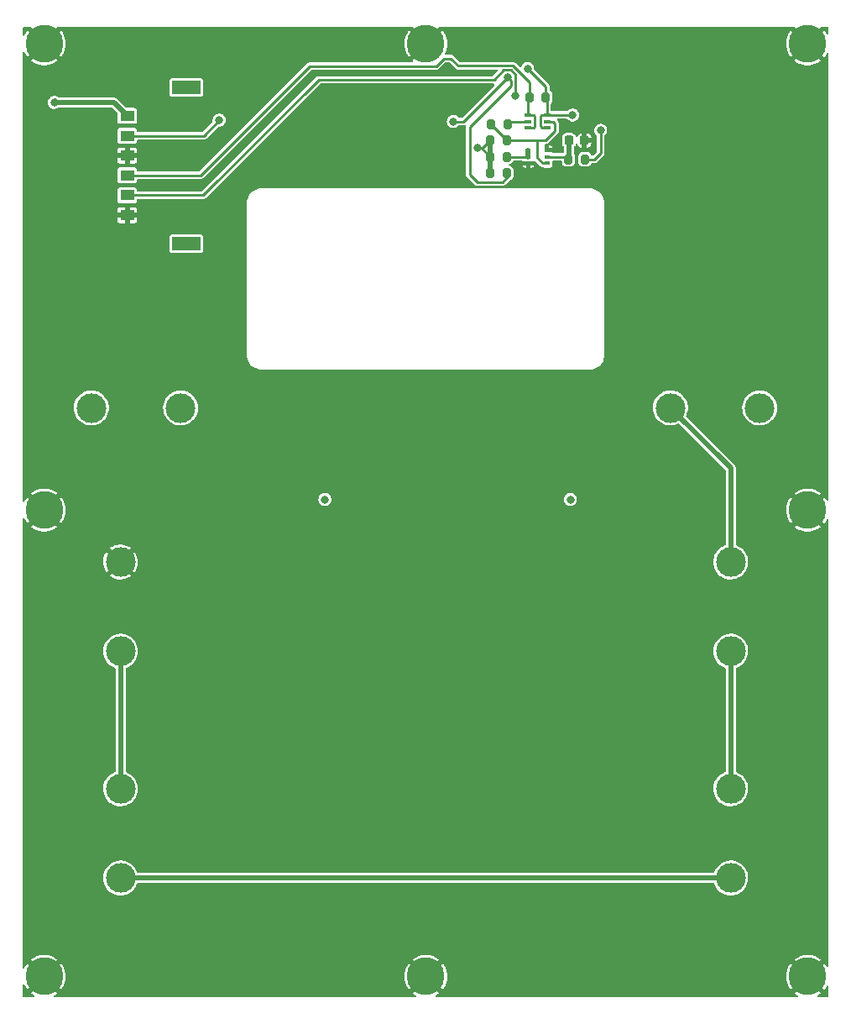
<source format=gbl>
%TF.GenerationSoftware,KiCad,Pcbnew,(6.0.5)*%
%TF.CreationDate,2022-07-09T16:24:38-07:00*%
%TF.ProjectId,solar-panel-side-X-minus,736f6c61-722d-4706-916e-656c2d736964,rev?*%
%TF.SameCoordinates,Original*%
%TF.FileFunction,Copper,L2,Bot*%
%TF.FilePolarity,Positive*%
%FSLAX46Y46*%
G04 Gerber Fmt 4.6, Leading zero omitted, Abs format (unit mm)*
G04 Created by KiCad (PCBNEW (6.0.5)) date 2022-07-09 16:24:38*
%MOMM*%
%LPD*%
G01*
G04 APERTURE LIST*
G04 Aperture macros list*
%AMRoundRect*
0 Rectangle with rounded corners*
0 $1 Rounding radius*
0 $2 $3 $4 $5 $6 $7 $8 $9 X,Y pos of 4 corners*
0 Add a 4 corners polygon primitive as box body*
4,1,4,$2,$3,$4,$5,$6,$7,$8,$9,$2,$3,0*
0 Add four circle primitives for the rounded corners*
1,1,$1+$1,$2,$3*
1,1,$1+$1,$4,$5*
1,1,$1+$1,$6,$7*
1,1,$1+$1,$8,$9*
0 Add four rect primitives between the rounded corners*
20,1,$1+$1,$2,$3,$4,$5,0*
20,1,$1+$1,$4,$5,$6,$7,0*
20,1,$1+$1,$6,$7,$8,$9,0*
20,1,$1+$1,$8,$9,$2,$3,0*%
G04 Aperture macros list end*
%TA.AperFunction,ComponentPad*%
%ADD10C,3.000000*%
%TD*%
%TA.AperFunction,ComponentPad*%
%ADD11C,2.600000*%
%TD*%
%TA.AperFunction,ConnectorPad*%
%ADD12C,3.800000*%
%TD*%
%TA.AperFunction,SMDPad,CuDef*%
%ADD13R,1.450000X1.100000*%
%TD*%
%TA.AperFunction,SMDPad,CuDef*%
%ADD14R,2.900000X1.350000*%
%TD*%
%TA.AperFunction,SMDPad,CuDef*%
%ADD15RoundRect,0.225000X-0.225000X-0.250000X0.225000X-0.250000X0.225000X0.250000X-0.225000X0.250000X0*%
%TD*%
%TA.AperFunction,SMDPad,CuDef*%
%ADD16R,0.650000X0.400000*%
%TD*%
%TA.AperFunction,SMDPad,CuDef*%
%ADD17R,0.600000X0.400000*%
%TD*%
%TA.AperFunction,SMDPad,CuDef*%
%ADD18RoundRect,0.200000X-0.200000X-0.275000X0.200000X-0.275000X0.200000X0.275000X-0.200000X0.275000X0*%
%TD*%
%TA.AperFunction,SMDPad,CuDef*%
%ADD19RoundRect,0.200000X0.200000X0.275000X-0.200000X0.275000X-0.200000X-0.275000X0.200000X-0.275000X0*%
%TD*%
%TA.AperFunction,ViaPad*%
%ADD20C,0.800000*%
%TD*%
%TA.AperFunction,Conductor*%
%ADD21C,0.500000*%
%TD*%
%TA.AperFunction,Conductor*%
%ADD22C,0.250000*%
%TD*%
G04 APERTURE END LIST*
D10*
X126420000Y-82850000D03*
X117420000Y-82850000D03*
X184840000Y-82850000D03*
X175840000Y-82850000D03*
X181910000Y-98370000D03*
X181910000Y-107370000D03*
X181910000Y-121230000D03*
X181910000Y-130230000D03*
X120350000Y-130230000D03*
X120350000Y-121230000D03*
X120350000Y-107370000D03*
X120350000Y-98370000D03*
D11*
X189660000Y-46150000D03*
D12*
X189660000Y-46150000D03*
D11*
X151160000Y-46150000D03*
D12*
X151160000Y-46150000D03*
X112660000Y-46150000D03*
D11*
X112660000Y-46150000D03*
X112660000Y-93150000D03*
D12*
X112660000Y-93150000D03*
X112660000Y-140150000D03*
D11*
X112660000Y-140150000D03*
D12*
X151160000Y-140150000D03*
D11*
X151160000Y-140150000D03*
X189660000Y-140150000D03*
D12*
X189660000Y-140150000D03*
X189660000Y-93150000D03*
D11*
X189660000Y-93150000D03*
D13*
X121025000Y-53420000D03*
X121025000Y-55420000D03*
X121025000Y-57420000D03*
X121025000Y-59420000D03*
X121025000Y-61420000D03*
X121025000Y-63420000D03*
D14*
X127000000Y-50525000D03*
X127000000Y-66315000D03*
D15*
X165595000Y-55880000D03*
X167145000Y-55880000D03*
D16*
X161483000Y-54625000D03*
X161483000Y-53975000D03*
X161483000Y-53325000D03*
X163383000Y-53325000D03*
X163383000Y-53975000D03*
X163383000Y-54625000D03*
D17*
X161483000Y-58181000D03*
X161483000Y-57531000D03*
X161483000Y-56881000D03*
X163383000Y-56881000D03*
X163383000Y-57531000D03*
X163383000Y-58181000D03*
D18*
X157671000Y-55880000D03*
X159321000Y-55880000D03*
X157671000Y-59182000D03*
X159321000Y-59182000D03*
D19*
X159384000Y-54229000D03*
X157734000Y-54229000D03*
D18*
X157671000Y-57531000D03*
X159321000Y-57531000D03*
D19*
X167195000Y-57785000D03*
X165545000Y-57785000D03*
X163258000Y-51562000D03*
X161608000Y-51562000D03*
D20*
X165735000Y-92075000D03*
X140970000Y-92075000D03*
X147955000Y-55245000D03*
X144145000Y-52578000D03*
X119634000Y-64389000D03*
X147955000Y-56515000D03*
X144145000Y-56515000D03*
X164338000Y-58864500D03*
X147955000Y-52578000D03*
X151130000Y-56134000D03*
X122809000Y-64389000D03*
X122809000Y-56515000D03*
X121285000Y-65024000D03*
X122809000Y-62611000D03*
X122809000Y-58166000D03*
X119634000Y-56515000D03*
X119634000Y-58293000D03*
X119634000Y-62484000D03*
X144145000Y-55245000D03*
X156337000Y-56642000D03*
X130315000Y-53835000D03*
X113665000Y-52070000D03*
X160165210Y-51416790D03*
X165974000Y-53325000D03*
X159385000Y-49530000D03*
X168783000Y-54864000D03*
X161417000Y-48641000D03*
X153924000Y-53975000D03*
D21*
X181910000Y-98370000D02*
X181910000Y-88920000D01*
X181910000Y-88920000D02*
X175840000Y-82850000D01*
X181910000Y-121230000D02*
X181910000Y-107370000D01*
X120350000Y-130230000D02*
X181910000Y-130230000D01*
X120350000Y-121230000D02*
X120350000Y-107370000D01*
D22*
X121025000Y-55420000D02*
X128730000Y-55420000D01*
X156337000Y-56642000D02*
X156782000Y-56642000D01*
X156782000Y-56642000D02*
X157671000Y-57531000D01*
X156337000Y-56642000D02*
X156909000Y-56642000D01*
X130225000Y-53925000D02*
X130315000Y-53835000D01*
X128730000Y-55420000D02*
X130315000Y-53835000D01*
D21*
X157671000Y-57531000D02*
X157671000Y-59182000D01*
X157671000Y-55880000D02*
X157671000Y-57531000D01*
D22*
X156909000Y-56642000D02*
X157671000Y-55880000D01*
D21*
X113810000Y-51925000D02*
X113665000Y-52070000D01*
X113665000Y-52070000D02*
X119675000Y-52070000D01*
X119675000Y-52070000D02*
X121025000Y-53420000D01*
D22*
X160165210Y-51416790D02*
X160165210Y-51416790D01*
X158057998Y-49784000D02*
X159036999Y-48804999D01*
X159733001Y-48804999D02*
X160165210Y-49237208D01*
X160165210Y-49237208D02*
X160165210Y-51416790D01*
X159036999Y-48804999D02*
X159733001Y-48804999D01*
X128699000Y-61420000D02*
X140335000Y-49784000D01*
X121025000Y-61420000D02*
X128699000Y-61420000D01*
X140335000Y-49784000D02*
X158057998Y-49784000D01*
X161483000Y-53325000D02*
X162058000Y-53325000D01*
X159919402Y-48354990D02*
X161608000Y-50043588D01*
X139446000Y-48387000D02*
X152216002Y-48387000D01*
X162058000Y-54625000D02*
X161483000Y-54625000D01*
X154399989Y-48354989D02*
X159919402Y-48354990D01*
X152978002Y-47625000D02*
X153670000Y-47625000D01*
X162133001Y-53400001D02*
X162133001Y-54549999D01*
X153670000Y-47625000D02*
X154399989Y-48354989D01*
X152216002Y-48387000D02*
X152978002Y-47625000D01*
X162133001Y-54549999D02*
X162058000Y-54625000D01*
X161483000Y-51687000D02*
X161608000Y-51562000D01*
X162058000Y-53325000D02*
X162133001Y-53400001D01*
X161483000Y-53325000D02*
X161483000Y-51687000D01*
X128413000Y-59420000D02*
X139446000Y-48387000D01*
X161608000Y-50043588D02*
X161608000Y-51562000D01*
X121025000Y-59420000D02*
X128413000Y-59420000D01*
D21*
X165595000Y-55880000D02*
X165595000Y-57735000D01*
D22*
X165291000Y-57531000D02*
X165545000Y-57785000D01*
X163383000Y-57531000D02*
X165291000Y-57531000D01*
D21*
X165595000Y-57735000D02*
X165545000Y-57785000D01*
D22*
X165974000Y-53325000D02*
X165974000Y-53325000D01*
X153924000Y-53975000D02*
X153924000Y-53975000D01*
X161417000Y-48641000D02*
X161417000Y-48641000D01*
X159385000Y-49530000D02*
X154940000Y-53975000D01*
X159715200Y-50342800D02*
X159715200Y-49860200D01*
X167195000Y-57785000D02*
X167157400Y-57785000D01*
X159321000Y-59627000D02*
X158877000Y-60071000D01*
X162808000Y-53325000D02*
X162732999Y-53400001D01*
X154940000Y-53975000D02*
X153924000Y-53975000D01*
X159715200Y-49860200D02*
X159385000Y-49530000D01*
X163383000Y-53325000D02*
X162808000Y-53325000D01*
X162922998Y-54625000D02*
X163383000Y-54625000D01*
X163258000Y-51562000D02*
X163258000Y-50482000D01*
X163383000Y-53325000D02*
X165974000Y-53325000D01*
X163383000Y-53325000D02*
X163383000Y-51687000D01*
X155575000Y-54483000D02*
X159715200Y-50342800D01*
X162732999Y-54435001D02*
X162922998Y-54625000D01*
X168148000Y-57785000D02*
X167195000Y-57785000D01*
X163258000Y-50482000D02*
X161417000Y-48641000D01*
X168783000Y-57150000D02*
X168148000Y-57785000D01*
X155575000Y-59309000D02*
X155575000Y-54483000D01*
X162732999Y-53400001D02*
X162732999Y-54435001D01*
X156337000Y-60071000D02*
X155575000Y-59309000D01*
X163383000Y-51687000D02*
X163258000Y-51562000D01*
X168783000Y-54864000D02*
X168783000Y-57150000D01*
X159385000Y-49530000D02*
X159385000Y-49530000D01*
X159321000Y-59182000D02*
X159321000Y-59627000D01*
X158877000Y-60071000D02*
X156337000Y-60071000D01*
X159384000Y-54229000D02*
X159638000Y-53975000D01*
X159638000Y-53975000D02*
X161483000Y-53975000D01*
X157734000Y-54293000D02*
X159321000Y-55880000D01*
X164185600Y-54202600D02*
X164185600Y-54932402D01*
X162947998Y-58181000D02*
X163383000Y-58181000D01*
X163383000Y-53975000D02*
X163958000Y-53975000D01*
X162407600Y-55880000D02*
X162407600Y-57640602D01*
X163238002Y-55880000D02*
X162407600Y-55880000D01*
X157734000Y-54229000D02*
X157734000Y-54293000D01*
X162407600Y-57640602D02*
X162947998Y-58181000D01*
X163958000Y-53975000D02*
X164185600Y-54202600D01*
X164185600Y-54932402D02*
X163238002Y-55880000D01*
X162407600Y-55880000D02*
X159321000Y-55880000D01*
X159321000Y-57531000D02*
X161483000Y-57531000D01*
D21*
X161483000Y-56881000D02*
X161483000Y-57531000D01*
%TA.AperFunction,Conductor*%
G36*
X111343691Y-44474481D02*
G01*
X112648732Y-45779522D01*
X112660811Y-45785677D01*
X112665923Y-45784867D01*
X113973694Y-44477096D01*
X114026874Y-44450000D01*
X114036227Y-44450000D01*
X114054640Y-44452916D01*
X114054870Y-44450000D01*
X149803743Y-44450000D01*
X149843691Y-44474481D01*
X151148732Y-45779522D01*
X151160811Y-45785677D01*
X151165923Y-45784867D01*
X152473694Y-44477096D01*
X152526874Y-44450000D01*
X152536227Y-44450000D01*
X152554640Y-44452916D01*
X152554870Y-44450000D01*
X188303743Y-44450000D01*
X188343691Y-44474481D01*
X189648732Y-45779522D01*
X189660811Y-45785677D01*
X189665923Y-45784867D01*
X190973694Y-44477096D01*
X191026874Y-44450000D01*
X191036227Y-44450000D01*
X191054640Y-44452916D01*
X191054870Y-44450000D01*
X191669400Y-44450000D01*
X191728531Y-44469213D01*
X191765076Y-44519513D01*
X191770000Y-44550600D01*
X191770000Y-45127332D01*
X191750787Y-45186463D01*
X191700487Y-45223008D01*
X191638313Y-45223008D01*
X191588013Y-45186463D01*
X191580005Y-45173472D01*
X191508333Y-45034610D01*
X191504788Y-45028757D01*
X191363576Y-44827832D01*
X191352738Y-44819694D01*
X191352049Y-44819684D01*
X191345711Y-44823499D01*
X190030478Y-46138732D01*
X190024323Y-46150811D01*
X190025133Y-46155923D01*
X191341714Y-47472504D01*
X191353793Y-47478659D01*
X191355034Y-47478462D01*
X191359951Y-47474285D01*
X191480907Y-47309624D01*
X191484564Y-47303862D01*
X191580991Y-47126266D01*
X191626091Y-47083468D01*
X191687733Y-47075353D01*
X191742373Y-47105020D01*
X191769139Y-47161137D01*
X191770000Y-47174268D01*
X191770000Y-92127332D01*
X191750787Y-92186463D01*
X191700487Y-92223008D01*
X191638313Y-92223008D01*
X191588013Y-92186463D01*
X191580005Y-92173472D01*
X191508333Y-92034610D01*
X191504788Y-92028757D01*
X191363576Y-91827832D01*
X191352738Y-91819694D01*
X191352049Y-91819684D01*
X191345711Y-91823499D01*
X190030478Y-93138732D01*
X190024323Y-93150811D01*
X190025133Y-93155923D01*
X191341714Y-94472504D01*
X191353793Y-94478659D01*
X191355034Y-94478462D01*
X191359951Y-94474285D01*
X191480907Y-94309624D01*
X191484564Y-94303862D01*
X191580991Y-94126266D01*
X191626091Y-94083468D01*
X191687733Y-94075353D01*
X191742373Y-94105020D01*
X191769139Y-94161137D01*
X191770000Y-94174268D01*
X191770000Y-139127332D01*
X191750787Y-139186463D01*
X191700487Y-139223008D01*
X191638313Y-139223008D01*
X191588013Y-139186463D01*
X191580005Y-139173472D01*
X191508333Y-139034610D01*
X191504788Y-139028757D01*
X191363576Y-138827832D01*
X191352738Y-138819694D01*
X191352049Y-138819684D01*
X191345711Y-138823499D01*
X190030478Y-140138732D01*
X190024323Y-140150811D01*
X190025133Y-140155923D01*
X191341714Y-141472504D01*
X191353793Y-141478659D01*
X191355034Y-141478462D01*
X191359951Y-141474285D01*
X191480907Y-141309624D01*
X191484564Y-141303862D01*
X191580991Y-141126266D01*
X191626091Y-141083468D01*
X191687733Y-141075353D01*
X191742373Y-141105020D01*
X191769139Y-141161137D01*
X191770000Y-141174268D01*
X191770000Y-142139400D01*
X191750787Y-142198531D01*
X191700487Y-142235076D01*
X191669400Y-142240000D01*
X190724350Y-142240000D01*
X190665219Y-142220787D01*
X190628674Y-142170487D01*
X190628674Y-142108313D01*
X190665219Y-142058013D01*
X190673595Y-142052542D01*
X190870595Y-141937425D01*
X190876255Y-141933579D01*
X190980366Y-141851945D01*
X190987925Y-141840695D01*
X190987848Y-141838590D01*
X190985146Y-141834356D01*
X189671268Y-140520478D01*
X189659189Y-140514323D01*
X189654077Y-140515133D01*
X188337717Y-141831493D01*
X188331562Y-141843572D01*
X188332024Y-141846489D01*
X188334254Y-141849287D01*
X188388323Y-141894496D01*
X188393858Y-141898517D01*
X188639747Y-142052763D01*
X188639219Y-142053605D01*
X188679507Y-142095626D01*
X188687938Y-142157226D01*
X188658552Y-142212017D01*
X188602572Y-142239071D01*
X188588930Y-142240000D01*
X152224350Y-142240000D01*
X152165219Y-142220787D01*
X152128674Y-142170487D01*
X152128674Y-142108313D01*
X152165219Y-142058013D01*
X152173595Y-142052542D01*
X152370595Y-141937425D01*
X152376255Y-141933579D01*
X152480366Y-141851945D01*
X152487925Y-141840695D01*
X152487848Y-141838590D01*
X152485146Y-141834356D01*
X151171268Y-140520478D01*
X151159189Y-140514323D01*
X151154077Y-140515133D01*
X149837717Y-141831493D01*
X149831562Y-141843572D01*
X149832024Y-141846489D01*
X149834254Y-141849287D01*
X149888323Y-141894496D01*
X149893858Y-141898517D01*
X150139747Y-142052763D01*
X150139219Y-142053605D01*
X150179507Y-142095626D01*
X150187938Y-142157226D01*
X150158552Y-142212017D01*
X150102572Y-142239071D01*
X150088930Y-142240000D01*
X113724350Y-142240000D01*
X113665219Y-142220787D01*
X113628674Y-142170487D01*
X113628674Y-142108313D01*
X113665219Y-142058013D01*
X113673595Y-142052542D01*
X113870595Y-141937425D01*
X113876255Y-141933579D01*
X113980366Y-141851945D01*
X113987925Y-141840695D01*
X113987848Y-141838590D01*
X113985146Y-141834356D01*
X112671268Y-140520478D01*
X112659189Y-140514323D01*
X112654077Y-140515133D01*
X111337717Y-141831493D01*
X111331562Y-141843572D01*
X111332024Y-141846489D01*
X111334254Y-141849287D01*
X111388323Y-141894496D01*
X111393858Y-141898517D01*
X111639747Y-142052763D01*
X111639219Y-142053605D01*
X111679507Y-142095626D01*
X111687938Y-142157226D01*
X111658552Y-142212017D01*
X111602572Y-142239071D01*
X111588930Y-142240000D01*
X110590600Y-142240000D01*
X110531469Y-142220787D01*
X110494924Y-142170487D01*
X110490000Y-142139400D01*
X110490000Y-141053346D01*
X110509213Y-140994215D01*
X110559513Y-140957670D01*
X110621687Y-140957670D01*
X110671987Y-140994215D01*
X110680473Y-141008144D01*
X110800092Y-141245980D01*
X110803570Y-141251860D01*
X110955587Y-141473046D01*
X110966340Y-141481297D01*
X110966743Y-141481308D01*
X110973505Y-141477285D01*
X112289522Y-140161268D01*
X112294850Y-140150811D01*
X113024323Y-140150811D01*
X113025133Y-140155923D01*
X114341714Y-141472504D01*
X114353793Y-141478659D01*
X114355034Y-141478462D01*
X114359951Y-141474285D01*
X114480907Y-141309624D01*
X114484564Y-141303862D01*
X114621434Y-141051779D01*
X114624283Y-141045556D01*
X114725672Y-140777238D01*
X114727650Y-140770685D01*
X114791689Y-140491080D01*
X114792756Y-140484342D01*
X114818383Y-140197182D01*
X114818580Y-140193232D01*
X114819012Y-140151974D01*
X114818899Y-140148036D01*
X114817725Y-140130819D01*
X149001283Y-140130819D01*
X149017795Y-140417176D01*
X149018652Y-140423962D01*
X149073874Y-140705433D01*
X149075646Y-140712046D01*
X149168558Y-140983420D01*
X149171204Y-140989715D01*
X149300092Y-141245979D01*
X149303570Y-141251860D01*
X149455587Y-141473046D01*
X149466340Y-141481297D01*
X149466743Y-141481308D01*
X149473505Y-141477285D01*
X150789522Y-140161268D01*
X150794850Y-140150811D01*
X151524323Y-140150811D01*
X151525133Y-140155923D01*
X152841714Y-141472504D01*
X152853793Y-141478659D01*
X152855034Y-141478462D01*
X152859951Y-141474285D01*
X152980907Y-141309624D01*
X152984564Y-141303862D01*
X153121434Y-141051779D01*
X153124283Y-141045556D01*
X153225672Y-140777238D01*
X153227650Y-140770685D01*
X153291689Y-140491080D01*
X153292756Y-140484342D01*
X153318383Y-140197182D01*
X153318580Y-140193232D01*
X153319012Y-140151974D01*
X153318899Y-140148036D01*
X153317725Y-140130819D01*
X187501283Y-140130819D01*
X187517795Y-140417176D01*
X187518652Y-140423962D01*
X187573874Y-140705433D01*
X187575646Y-140712046D01*
X187668558Y-140983420D01*
X187671204Y-140989715D01*
X187800092Y-141245979D01*
X187803570Y-141251860D01*
X187955587Y-141473046D01*
X187966340Y-141481297D01*
X187966743Y-141481308D01*
X187973505Y-141477285D01*
X189289522Y-140161268D01*
X189295677Y-140149189D01*
X189294867Y-140144077D01*
X187977656Y-138826866D01*
X187965577Y-138820711D01*
X187964618Y-138820863D01*
X187959362Y-138825376D01*
X187827050Y-139009507D01*
X187823453Y-139015308D01*
X187689224Y-139268823D01*
X187686450Y-139275052D01*
X187587870Y-139544435D01*
X187585965Y-139550991D01*
X187524857Y-139831258D01*
X187523859Y-139838015D01*
X187501354Y-140123970D01*
X187501283Y-140130819D01*
X153317725Y-140130819D01*
X153299289Y-139860396D01*
X153298364Y-139853640D01*
X153240196Y-139572752D01*
X153238355Y-139566161D01*
X153142604Y-139295767D01*
X153139894Y-139289506D01*
X153008333Y-139034610D01*
X153004788Y-139028757D01*
X152863576Y-138827832D01*
X152852738Y-138819694D01*
X152852049Y-138819684D01*
X152845711Y-138823499D01*
X151530478Y-140138732D01*
X151524323Y-140150811D01*
X150794850Y-140150811D01*
X150795677Y-140149189D01*
X150794867Y-140144077D01*
X149477656Y-138826866D01*
X149465577Y-138820711D01*
X149464618Y-138820863D01*
X149459362Y-138825376D01*
X149327050Y-139009507D01*
X149323453Y-139015308D01*
X149189224Y-139268823D01*
X149186450Y-139275052D01*
X149087870Y-139544435D01*
X149085965Y-139550991D01*
X149024857Y-139831258D01*
X149023859Y-139838015D01*
X149001354Y-140123970D01*
X149001283Y-140130819D01*
X114817725Y-140130819D01*
X114799289Y-139860396D01*
X114798364Y-139853640D01*
X114740196Y-139572752D01*
X114738355Y-139566161D01*
X114642604Y-139295767D01*
X114639894Y-139289506D01*
X114508333Y-139034610D01*
X114504788Y-139028757D01*
X114363576Y-138827832D01*
X114352738Y-138819694D01*
X114352049Y-138819684D01*
X114345711Y-138823499D01*
X113030478Y-140138732D01*
X113024323Y-140150811D01*
X112294850Y-140150811D01*
X112295677Y-140149189D01*
X112294867Y-140144077D01*
X110977656Y-138826866D01*
X110965577Y-138820711D01*
X110964618Y-138820863D01*
X110959362Y-138825376D01*
X110827050Y-139009507D01*
X110823453Y-139015308D01*
X110689224Y-139268823D01*
X110686449Y-139275056D01*
X110685073Y-139278815D01*
X110646710Y-139327742D01*
X110586915Y-139344776D01*
X110528527Y-139323411D01*
X110493849Y-139271806D01*
X110490000Y-139244244D01*
X110490000Y-138459205D01*
X111332041Y-138459205D01*
X111332154Y-138461591D01*
X111334619Y-138465409D01*
X112648732Y-139779522D01*
X112660811Y-139785677D01*
X112665923Y-139784867D01*
X113981900Y-138468890D01*
X113986835Y-138459205D01*
X149832041Y-138459205D01*
X149832154Y-138461591D01*
X149834619Y-138465409D01*
X151148732Y-139779522D01*
X151160811Y-139785677D01*
X151165923Y-139784867D01*
X152481900Y-138468890D01*
X152486835Y-138459205D01*
X188332041Y-138459205D01*
X188332154Y-138461591D01*
X188334619Y-138465409D01*
X189648732Y-139779522D01*
X189660811Y-139785677D01*
X189665923Y-139784867D01*
X190981900Y-138468890D01*
X190988055Y-138456811D01*
X190987637Y-138454173D01*
X190985087Y-138451008D01*
X190913338Y-138392282D01*
X190907769Y-138388324D01*
X190663190Y-138238446D01*
X190657137Y-138235281D01*
X190394479Y-138119982D01*
X190388051Y-138117668D01*
X190112188Y-138039087D01*
X190105491Y-138037663D01*
X189821511Y-137997247D01*
X189814709Y-137996747D01*
X189527853Y-137995245D01*
X189521037Y-137995674D01*
X189236650Y-138033115D01*
X189229944Y-138034467D01*
X188953274Y-138110155D01*
X188946813Y-138112405D01*
X188682973Y-138224943D01*
X188676876Y-138228050D01*
X188430751Y-138375353D01*
X188425137Y-138379254D01*
X188339484Y-138447875D01*
X188332041Y-138459205D01*
X152486835Y-138459205D01*
X152488055Y-138456811D01*
X152487637Y-138454173D01*
X152485087Y-138451008D01*
X152413338Y-138392282D01*
X152407769Y-138388324D01*
X152163190Y-138238446D01*
X152157137Y-138235281D01*
X151894479Y-138119982D01*
X151888051Y-138117668D01*
X151612188Y-138039087D01*
X151605491Y-138037663D01*
X151321511Y-137997247D01*
X151314709Y-137996747D01*
X151027853Y-137995245D01*
X151021037Y-137995674D01*
X150736650Y-138033115D01*
X150729944Y-138034467D01*
X150453274Y-138110155D01*
X150446813Y-138112405D01*
X150182973Y-138224943D01*
X150176876Y-138228050D01*
X149930751Y-138375353D01*
X149925137Y-138379254D01*
X149839484Y-138447875D01*
X149832041Y-138459205D01*
X113986835Y-138459205D01*
X113988055Y-138456811D01*
X113987637Y-138454173D01*
X113985087Y-138451008D01*
X113913338Y-138392282D01*
X113907769Y-138388324D01*
X113663190Y-138238446D01*
X113657137Y-138235281D01*
X113394479Y-138119982D01*
X113388051Y-138117668D01*
X113112188Y-138039087D01*
X113105491Y-138037663D01*
X112821511Y-137997247D01*
X112814709Y-137996747D01*
X112527853Y-137995245D01*
X112521037Y-137995674D01*
X112236650Y-138033115D01*
X112229944Y-138034467D01*
X111953274Y-138110155D01*
X111946813Y-138112405D01*
X111682973Y-138224943D01*
X111676876Y-138228050D01*
X111430751Y-138375353D01*
X111425137Y-138379254D01*
X111339484Y-138447875D01*
X111332041Y-138459205D01*
X110490000Y-138459205D01*
X110490000Y-130183944D01*
X118591183Y-130183944D01*
X118603694Y-130444419D01*
X118654569Y-130700185D01*
X118742690Y-130945621D01*
X118866120Y-131175336D01*
X118868350Y-131178322D01*
X118868353Y-131178327D01*
X118952980Y-131291655D01*
X119022149Y-131384283D01*
X119207348Y-131567873D01*
X119320701Y-131650987D01*
X119414641Y-131719868D01*
X119414646Y-131719871D01*
X119417649Y-131722073D01*
X119420947Y-131723808D01*
X119645127Y-131841755D01*
X119645131Y-131841757D01*
X119648433Y-131843494D01*
X119651960Y-131844726D01*
X119651963Y-131844727D01*
X119891101Y-131928237D01*
X119894629Y-131929469D01*
X120150828Y-131978110D01*
X120154557Y-131978256D01*
X120154561Y-131978257D01*
X120320618Y-131984781D01*
X120411403Y-131988348D01*
X120504885Y-131978110D01*
X120666916Y-131960365D01*
X120666921Y-131960364D01*
X120670629Y-131959958D01*
X120791114Y-131928237D01*
X120919204Y-131894514D01*
X120919208Y-131894512D01*
X120922811Y-131893564D01*
X121162410Y-131790625D01*
X121384161Y-131653401D01*
X121583194Y-131484907D01*
X121669138Y-131386906D01*
X121752671Y-131291655D01*
X121752673Y-131291653D01*
X121755135Y-131288845D01*
X121757153Y-131285707D01*
X121757158Y-131285701D01*
X121894183Y-131072672D01*
X121894186Y-131072667D01*
X121896208Y-131069523D01*
X121897743Y-131066116D01*
X121897746Y-131066110D01*
X122001780Y-130835163D01*
X122001781Y-130835160D01*
X122003314Y-130831757D01*
X122010073Y-130807793D01*
X122044612Y-130756098D01*
X122106895Y-130734500D01*
X180156121Y-130734500D01*
X180215252Y-130753713D01*
X180250803Y-130801105D01*
X180302690Y-130945621D01*
X180426120Y-131175336D01*
X180428350Y-131178322D01*
X180428353Y-131178327D01*
X180512980Y-131291655D01*
X180582149Y-131384283D01*
X180767348Y-131567873D01*
X180880701Y-131650987D01*
X180974641Y-131719868D01*
X180974646Y-131719871D01*
X180977649Y-131722073D01*
X180980947Y-131723808D01*
X181205127Y-131841755D01*
X181205131Y-131841757D01*
X181208433Y-131843494D01*
X181211960Y-131844726D01*
X181211963Y-131844727D01*
X181451101Y-131928237D01*
X181454629Y-131929469D01*
X181710828Y-131978110D01*
X181714557Y-131978256D01*
X181714561Y-131978257D01*
X181880618Y-131984781D01*
X181971403Y-131988348D01*
X182064885Y-131978110D01*
X182226916Y-131960365D01*
X182226921Y-131960364D01*
X182230629Y-131959958D01*
X182351114Y-131928237D01*
X182479204Y-131894514D01*
X182479208Y-131894512D01*
X182482811Y-131893564D01*
X182722410Y-131790625D01*
X182944161Y-131653401D01*
X183143194Y-131484907D01*
X183229138Y-131386906D01*
X183312671Y-131291655D01*
X183312673Y-131291653D01*
X183315135Y-131288845D01*
X183317153Y-131285707D01*
X183317158Y-131285701D01*
X183454183Y-131072672D01*
X183454186Y-131072667D01*
X183456208Y-131069523D01*
X183457743Y-131066116D01*
X183457746Y-131066110D01*
X183561780Y-130835163D01*
X183561781Y-130835160D01*
X183563314Y-130831757D01*
X183634099Y-130580772D01*
X183650980Y-130448077D01*
X183666691Y-130324582D01*
X183666691Y-130324579D01*
X183667009Y-130322081D01*
X183669420Y-130230000D01*
X183650094Y-129969941D01*
X183640648Y-129928193D01*
X183593367Y-129719240D01*
X183593366Y-129719237D01*
X183592542Y-129715595D01*
X183591192Y-129712122D01*
X183591189Y-129712114D01*
X183499381Y-129476032D01*
X183498027Y-129472550D01*
X183368625Y-129246145D01*
X183207180Y-129041353D01*
X183171517Y-129007804D01*
X183019957Y-128865231D01*
X183017239Y-128862674D01*
X183014182Y-128860554D01*
X183014178Y-128860550D01*
X182900977Y-128782020D01*
X182802973Y-128714032D01*
X182569090Y-128598694D01*
X182565538Y-128597557D01*
X182565533Y-128597555D01*
X182444909Y-128558944D01*
X182320728Y-128519193D01*
X182063344Y-128477275D01*
X182059602Y-128477226D01*
X182030905Y-128476850D01*
X181802590Y-128473862D01*
X181692620Y-128488828D01*
X181547898Y-128508524D01*
X181547896Y-128508524D01*
X181544196Y-128509028D01*
X181540613Y-128510072D01*
X181540610Y-128510073D01*
X181509321Y-128519193D01*
X181293838Y-128582000D01*
X181290456Y-128583559D01*
X181290451Y-128583561D01*
X181254040Y-128600347D01*
X181057016Y-128691177D01*
X181053895Y-128693223D01*
X181053890Y-128693226D01*
X180898459Y-128795131D01*
X180838933Y-128834158D01*
X180644379Y-129007804D01*
X180641987Y-129010680D01*
X180480016Y-129205429D01*
X180480011Y-129205436D01*
X180477629Y-129208300D01*
X180342345Y-129431240D01*
X180340900Y-129434686D01*
X180244823Y-129663803D01*
X180204239Y-129710904D01*
X180152050Y-129725500D01*
X122105212Y-129725500D01*
X122046081Y-129706287D01*
X122011452Y-129661361D01*
X121939381Y-129476032D01*
X121938027Y-129472550D01*
X121808625Y-129246145D01*
X121647180Y-129041353D01*
X121611517Y-129007804D01*
X121459957Y-128865231D01*
X121457239Y-128862674D01*
X121454182Y-128860554D01*
X121454178Y-128860550D01*
X121340977Y-128782020D01*
X121242973Y-128714032D01*
X121009090Y-128598694D01*
X121005538Y-128597557D01*
X121005533Y-128597555D01*
X120884909Y-128558944D01*
X120760728Y-128519193D01*
X120503344Y-128477275D01*
X120499602Y-128477226D01*
X120470905Y-128476850D01*
X120242590Y-128473862D01*
X120132620Y-128488828D01*
X119987898Y-128508524D01*
X119987896Y-128508524D01*
X119984196Y-128509028D01*
X119980613Y-128510072D01*
X119980610Y-128510073D01*
X119949321Y-128519193D01*
X119733838Y-128582000D01*
X119730456Y-128583559D01*
X119730451Y-128583561D01*
X119694040Y-128600347D01*
X119497016Y-128691177D01*
X119493895Y-128693223D01*
X119493890Y-128693226D01*
X119338459Y-128795131D01*
X119278933Y-128834158D01*
X119084379Y-129007804D01*
X119081987Y-129010680D01*
X118920016Y-129205429D01*
X118920011Y-129205436D01*
X118917629Y-129208300D01*
X118782345Y-129431240D01*
X118681500Y-129671728D01*
X118617310Y-129924480D01*
X118616936Y-129928191D01*
X118616936Y-129928193D01*
X118613100Y-129966293D01*
X118591183Y-130183944D01*
X110490000Y-130183944D01*
X110490000Y-121183944D01*
X118591183Y-121183944D01*
X118603694Y-121444419D01*
X118654569Y-121700185D01*
X118742690Y-121945621D01*
X118866120Y-122175336D01*
X118868350Y-122178322D01*
X118868353Y-122178327D01*
X118952980Y-122291655D01*
X119022149Y-122384283D01*
X119207348Y-122567873D01*
X119320701Y-122650987D01*
X119414641Y-122719868D01*
X119414646Y-122719871D01*
X119417649Y-122722073D01*
X119420947Y-122723808D01*
X119645127Y-122841755D01*
X119645131Y-122841757D01*
X119648433Y-122843494D01*
X119651960Y-122844726D01*
X119651963Y-122844727D01*
X119891101Y-122928237D01*
X119894629Y-122929469D01*
X120150828Y-122978110D01*
X120154557Y-122978256D01*
X120154561Y-122978257D01*
X120320618Y-122984781D01*
X120411403Y-122988348D01*
X120504885Y-122978110D01*
X120666916Y-122960365D01*
X120666921Y-122960364D01*
X120670629Y-122959958D01*
X120791114Y-122928237D01*
X120919204Y-122894514D01*
X120919208Y-122894512D01*
X120922811Y-122893564D01*
X121162410Y-122790625D01*
X121384161Y-122653401D01*
X121583194Y-122484907D01*
X121669138Y-122386906D01*
X121752671Y-122291655D01*
X121752673Y-122291653D01*
X121755135Y-122288845D01*
X121757153Y-122285707D01*
X121757158Y-122285701D01*
X121894183Y-122072672D01*
X121894186Y-122072667D01*
X121896208Y-122069523D01*
X121897743Y-122066116D01*
X121897746Y-122066110D01*
X122001780Y-121835163D01*
X122001781Y-121835160D01*
X122003314Y-121831757D01*
X122074099Y-121580772D01*
X122090980Y-121448077D01*
X122106691Y-121324582D01*
X122106691Y-121324579D01*
X122107009Y-121322081D01*
X122109420Y-121230000D01*
X122105997Y-121183944D01*
X180151183Y-121183944D01*
X180163694Y-121444419D01*
X180214569Y-121700185D01*
X180302690Y-121945621D01*
X180426120Y-122175336D01*
X180428350Y-122178322D01*
X180428353Y-122178327D01*
X180512980Y-122291655D01*
X180582149Y-122384283D01*
X180767348Y-122567873D01*
X180880701Y-122650987D01*
X180974641Y-122719868D01*
X180974646Y-122719871D01*
X180977649Y-122722073D01*
X180980947Y-122723808D01*
X181205127Y-122841755D01*
X181205131Y-122841757D01*
X181208433Y-122843494D01*
X181211960Y-122844726D01*
X181211963Y-122844727D01*
X181451101Y-122928237D01*
X181454629Y-122929469D01*
X181710828Y-122978110D01*
X181714557Y-122978256D01*
X181714561Y-122978257D01*
X181880618Y-122984781D01*
X181971403Y-122988348D01*
X182064885Y-122978110D01*
X182226916Y-122960365D01*
X182226921Y-122960364D01*
X182230629Y-122959958D01*
X182351114Y-122928237D01*
X182479204Y-122894514D01*
X182479208Y-122894512D01*
X182482811Y-122893564D01*
X182722410Y-122790625D01*
X182944161Y-122653401D01*
X183143194Y-122484907D01*
X183229138Y-122386906D01*
X183312671Y-122291655D01*
X183312673Y-122291653D01*
X183315135Y-122288845D01*
X183317153Y-122285707D01*
X183317158Y-122285701D01*
X183454183Y-122072672D01*
X183454186Y-122072667D01*
X183456208Y-122069523D01*
X183457743Y-122066116D01*
X183457746Y-122066110D01*
X183561780Y-121835163D01*
X183561781Y-121835160D01*
X183563314Y-121831757D01*
X183634099Y-121580772D01*
X183650980Y-121448077D01*
X183666691Y-121324582D01*
X183666691Y-121324579D01*
X183667009Y-121322081D01*
X183669420Y-121230000D01*
X183650094Y-120969941D01*
X183640648Y-120928193D01*
X183593367Y-120719240D01*
X183593366Y-120719237D01*
X183592542Y-120715595D01*
X183591192Y-120712122D01*
X183591189Y-120712114D01*
X183499381Y-120476032D01*
X183498027Y-120472550D01*
X183368625Y-120246145D01*
X183207180Y-120041353D01*
X183171517Y-120007804D01*
X183019957Y-119865231D01*
X183017239Y-119862674D01*
X183014182Y-119860554D01*
X183014178Y-119860550D01*
X182900977Y-119782020D01*
X182802973Y-119714032D01*
X182569090Y-119598694D01*
X182565538Y-119597557D01*
X182565533Y-119597555D01*
X182511371Y-119580218D01*
X182484430Y-119571595D01*
X182433972Y-119535270D01*
X182414500Y-119475784D01*
X182414500Y-109128550D01*
X182433713Y-109069419D01*
X182481818Y-109033825D01*
X182482811Y-109033564D01*
X182493984Y-109028764D01*
X182718979Y-108932099D01*
X182718978Y-108932099D01*
X182722410Y-108930625D01*
X182944161Y-108793401D01*
X183143194Y-108624907D01*
X183229138Y-108526906D01*
X183312671Y-108431655D01*
X183312673Y-108431653D01*
X183315135Y-108428845D01*
X183317153Y-108425707D01*
X183317158Y-108425701D01*
X183454183Y-108212672D01*
X183454186Y-108212667D01*
X183456208Y-108209523D01*
X183457743Y-108206116D01*
X183457746Y-108206110D01*
X183561780Y-107975163D01*
X183561781Y-107975160D01*
X183563314Y-107971757D01*
X183634099Y-107720772D01*
X183650980Y-107588077D01*
X183666691Y-107464582D01*
X183666691Y-107464579D01*
X183667009Y-107462081D01*
X183669420Y-107370000D01*
X183650094Y-107109941D01*
X183640648Y-107068193D01*
X183593367Y-106859240D01*
X183593366Y-106859237D01*
X183592542Y-106855595D01*
X183591192Y-106852122D01*
X183591189Y-106852114D01*
X183499381Y-106616032D01*
X183498027Y-106612550D01*
X183368625Y-106386145D01*
X183207180Y-106181353D01*
X183171517Y-106147804D01*
X183019957Y-106005231D01*
X183017239Y-106002674D01*
X183014182Y-106000554D01*
X183014178Y-106000550D01*
X182900977Y-105922020D01*
X182802973Y-105854032D01*
X182569090Y-105738694D01*
X182565538Y-105737557D01*
X182565533Y-105737555D01*
X182444909Y-105698944D01*
X182320728Y-105659193D01*
X182063344Y-105617275D01*
X182059602Y-105617226D01*
X182030905Y-105616850D01*
X181802590Y-105613862D01*
X181692620Y-105628828D01*
X181547898Y-105648524D01*
X181547896Y-105648524D01*
X181544196Y-105649028D01*
X181540613Y-105650072D01*
X181540610Y-105650073D01*
X181509321Y-105659193D01*
X181293838Y-105722000D01*
X181290456Y-105723559D01*
X181290451Y-105723561D01*
X181254040Y-105740347D01*
X181057016Y-105831177D01*
X181053895Y-105833223D01*
X181053890Y-105833226D01*
X180898459Y-105935131D01*
X180838933Y-105974158D01*
X180644379Y-106147804D01*
X180641987Y-106150680D01*
X180480016Y-106345429D01*
X180480011Y-106345436D01*
X180477629Y-106348300D01*
X180342345Y-106571240D01*
X180241500Y-106811728D01*
X180177310Y-107064480D01*
X180176936Y-107068191D01*
X180176936Y-107068193D01*
X180173100Y-107106293D01*
X180151183Y-107323944D01*
X180163694Y-107584419D01*
X180214569Y-107840185D01*
X180302690Y-108085621D01*
X180426120Y-108315336D01*
X180428350Y-108318322D01*
X180428353Y-108318327D01*
X180512980Y-108431655D01*
X180582149Y-108524283D01*
X180767348Y-108707873D01*
X180880701Y-108790987D01*
X180974641Y-108859868D01*
X180974646Y-108859871D01*
X180977649Y-108862073D01*
X180980947Y-108863808D01*
X181205127Y-108981755D01*
X181205131Y-108981757D01*
X181208433Y-108983494D01*
X181211960Y-108984726D01*
X181211963Y-108984727D01*
X181338067Y-109028764D01*
X181387558Y-109066397D01*
X181405500Y-109123739D01*
X181405500Y-119473990D01*
X181386287Y-119533121D01*
X181333050Y-119570571D01*
X181293838Y-119582000D01*
X181290450Y-119583562D01*
X181290447Y-119583563D01*
X181257626Y-119598694D01*
X181057016Y-119691177D01*
X181053895Y-119693223D01*
X181053890Y-119693226D01*
X180898459Y-119795131D01*
X180838933Y-119834158D01*
X180644379Y-120007804D01*
X180641987Y-120010680D01*
X180480016Y-120205429D01*
X180480011Y-120205436D01*
X180477629Y-120208300D01*
X180342345Y-120431240D01*
X180241500Y-120671728D01*
X180177310Y-120924480D01*
X180176936Y-120928191D01*
X180176936Y-120928193D01*
X180173100Y-120966293D01*
X180151183Y-121183944D01*
X122105997Y-121183944D01*
X122090094Y-120969941D01*
X122080648Y-120928193D01*
X122033367Y-120719240D01*
X122033366Y-120719237D01*
X122032542Y-120715595D01*
X122031192Y-120712122D01*
X122031189Y-120712114D01*
X121939381Y-120476032D01*
X121938027Y-120472550D01*
X121808625Y-120246145D01*
X121647180Y-120041353D01*
X121611517Y-120007804D01*
X121459957Y-119865231D01*
X121457239Y-119862674D01*
X121454182Y-119860554D01*
X121454178Y-119860550D01*
X121340977Y-119782020D01*
X121242973Y-119714032D01*
X121009090Y-119598694D01*
X121005538Y-119597557D01*
X121005533Y-119597555D01*
X120951371Y-119580218D01*
X120924430Y-119571595D01*
X120873972Y-119535270D01*
X120854500Y-119475784D01*
X120854500Y-109128550D01*
X120873713Y-109069419D01*
X120921818Y-109033825D01*
X120922811Y-109033564D01*
X120933984Y-109028764D01*
X121158979Y-108932099D01*
X121158978Y-108932099D01*
X121162410Y-108930625D01*
X121384161Y-108793401D01*
X121583194Y-108624907D01*
X121669138Y-108526906D01*
X121752671Y-108431655D01*
X121752673Y-108431653D01*
X121755135Y-108428845D01*
X121757153Y-108425707D01*
X121757158Y-108425701D01*
X121894183Y-108212672D01*
X121894186Y-108212667D01*
X121896208Y-108209523D01*
X121897743Y-108206116D01*
X121897746Y-108206110D01*
X122001780Y-107975163D01*
X122001781Y-107975160D01*
X122003314Y-107971757D01*
X122074099Y-107720772D01*
X122090980Y-107588077D01*
X122106691Y-107464582D01*
X122106691Y-107464579D01*
X122107009Y-107462081D01*
X122109420Y-107370000D01*
X122090094Y-107109941D01*
X122080648Y-107068193D01*
X122033367Y-106859240D01*
X122033366Y-106859237D01*
X122032542Y-106855595D01*
X122031192Y-106852122D01*
X122031189Y-106852114D01*
X121939381Y-106616032D01*
X121938027Y-106612550D01*
X121808625Y-106386145D01*
X121647180Y-106181353D01*
X121611517Y-106147804D01*
X121459957Y-106005231D01*
X121457239Y-106002674D01*
X121454182Y-106000554D01*
X121454178Y-106000550D01*
X121340977Y-105922020D01*
X121242973Y-105854032D01*
X121009090Y-105738694D01*
X121005538Y-105737557D01*
X121005533Y-105737555D01*
X120884909Y-105698944D01*
X120760728Y-105659193D01*
X120503344Y-105617275D01*
X120499602Y-105617226D01*
X120470905Y-105616850D01*
X120242590Y-105613862D01*
X120132620Y-105628828D01*
X119987898Y-105648524D01*
X119987896Y-105648524D01*
X119984196Y-105649028D01*
X119980613Y-105650072D01*
X119980610Y-105650073D01*
X119949321Y-105659193D01*
X119733838Y-105722000D01*
X119730456Y-105723559D01*
X119730451Y-105723561D01*
X119694040Y-105740347D01*
X119497016Y-105831177D01*
X119493895Y-105833223D01*
X119493890Y-105833226D01*
X119338459Y-105935131D01*
X119278933Y-105974158D01*
X119084379Y-106147804D01*
X119081987Y-106150680D01*
X118920016Y-106345429D01*
X118920011Y-106345436D01*
X118917629Y-106348300D01*
X118782345Y-106571240D01*
X118681500Y-106811728D01*
X118617310Y-107064480D01*
X118616936Y-107068191D01*
X118616936Y-107068193D01*
X118613100Y-107106293D01*
X118591183Y-107323944D01*
X118603694Y-107584419D01*
X118654569Y-107840185D01*
X118742690Y-108085621D01*
X118866120Y-108315336D01*
X118868350Y-108318322D01*
X118868353Y-108318327D01*
X118952980Y-108431655D01*
X119022149Y-108524283D01*
X119207348Y-108707873D01*
X119320701Y-108790987D01*
X119414641Y-108859868D01*
X119414646Y-108859871D01*
X119417649Y-108862073D01*
X119420947Y-108863808D01*
X119645127Y-108981755D01*
X119645131Y-108981757D01*
X119648433Y-108983494D01*
X119651960Y-108984726D01*
X119651963Y-108984727D01*
X119778067Y-109028764D01*
X119827558Y-109066397D01*
X119845500Y-109123739D01*
X119845500Y-119473990D01*
X119826287Y-119533121D01*
X119773050Y-119570571D01*
X119733838Y-119582000D01*
X119730450Y-119583562D01*
X119730447Y-119583563D01*
X119697626Y-119598694D01*
X119497016Y-119691177D01*
X119493895Y-119693223D01*
X119493890Y-119693226D01*
X119338459Y-119795131D01*
X119278933Y-119834158D01*
X119084379Y-120007804D01*
X119081987Y-120010680D01*
X118920016Y-120205429D01*
X118920011Y-120205436D01*
X118917629Y-120208300D01*
X118782345Y-120431240D01*
X118681500Y-120671728D01*
X118617310Y-120924480D01*
X118616936Y-120928191D01*
X118616936Y-120928193D01*
X118613100Y-120966293D01*
X118591183Y-121183944D01*
X110490000Y-121183944D01*
X110490000Y-99777701D01*
X119307434Y-99777701D01*
X119307627Y-99778917D01*
X119311835Y-99783866D01*
X119414907Y-99859442D01*
X119421213Y-99863382D01*
X119645327Y-99981294D01*
X119652163Y-99984266D01*
X119891231Y-100067752D01*
X119898425Y-100069680D01*
X120147220Y-100116915D01*
X120154618Y-100117758D01*
X120407648Y-100127700D01*
X120415100Y-100127440D01*
X120666824Y-100099872D01*
X120674148Y-100098514D01*
X120919037Y-100034041D01*
X120926083Y-100031614D01*
X121158749Y-99931652D01*
X121165346Y-99928219D01*
X121380695Y-99794957D01*
X121386715Y-99790583D01*
X121387908Y-99789573D01*
X121395039Y-99778049D01*
X121394808Y-99774938D01*
X121392984Y-99772195D01*
X120361268Y-98740478D01*
X120349189Y-98734323D01*
X120344077Y-98735133D01*
X119313589Y-99765622D01*
X119307434Y-99777701D01*
X110490000Y-99777701D01*
X110490000Y-98327692D01*
X118591864Y-98327692D01*
X118604014Y-98580632D01*
X118604921Y-98588016D01*
X118654323Y-98836380D01*
X118656318Y-98843574D01*
X118741885Y-99081897D01*
X118744915Y-99088705D01*
X118864778Y-99311779D01*
X118868777Y-99318057D01*
X118933610Y-99404878D01*
X118944680Y-99412701D01*
X118946149Y-99412682D01*
X118951327Y-99409462D01*
X119979522Y-98381268D01*
X119984850Y-98370811D01*
X120714323Y-98370811D01*
X120715133Y-98375923D01*
X121748563Y-99409352D01*
X121760417Y-99415392D01*
X121767055Y-99409389D01*
X121893744Y-99212427D01*
X121897305Y-99205869D01*
X122001308Y-98974991D01*
X122003855Y-98967992D01*
X122072594Y-98724264D01*
X122074078Y-98716972D01*
X122106189Y-98464557D01*
X122106573Y-98459535D01*
X122108852Y-98372522D01*
X122108730Y-98367476D01*
X122089875Y-98113744D01*
X122088773Y-98106368D01*
X122032887Y-97859387D01*
X122030708Y-97852261D01*
X121938928Y-97616248D01*
X121935722Y-97609526D01*
X121810061Y-97389667D01*
X121805894Y-97383490D01*
X121767192Y-97334396D01*
X121755922Y-97326865D01*
X121753746Y-97326951D01*
X121749617Y-97329594D01*
X120720478Y-98358732D01*
X120714323Y-98370811D01*
X119984850Y-98370811D01*
X119985677Y-98369189D01*
X119984867Y-98364077D01*
X118952618Y-97331829D01*
X118940539Y-97325674D01*
X118937692Y-97326125D01*
X118934801Y-97328435D01*
X118920425Y-97345720D01*
X118916101Y-97351783D01*
X118784730Y-97568276D01*
X118781348Y-97574914D01*
X118683423Y-97808437D01*
X118681057Y-97815507D01*
X118618722Y-98060951D01*
X118617430Y-98068280D01*
X118592059Y-98320239D01*
X118591864Y-98327692D01*
X110490000Y-98327692D01*
X110490000Y-96962631D01*
X119305005Y-96962631D01*
X119309379Y-96970169D01*
X120338732Y-97999522D01*
X120350811Y-98005677D01*
X120355923Y-98004867D01*
X121387087Y-96973702D01*
X121393242Y-96961623D01*
X121393160Y-96961109D01*
X121388114Y-96955329D01*
X121245782Y-96856591D01*
X121239368Y-96852813D01*
X121012254Y-96740813D01*
X121005345Y-96738021D01*
X120764168Y-96660820D01*
X120756927Y-96659081D01*
X120506990Y-96618376D01*
X120499558Y-96617726D01*
X120246352Y-96614412D01*
X120238926Y-96614866D01*
X119988002Y-96649015D01*
X119980714Y-96650564D01*
X119737593Y-96721427D01*
X119730627Y-96724031D01*
X119500653Y-96830052D01*
X119494135Y-96833665D01*
X119313419Y-96952148D01*
X119305005Y-96962631D01*
X110490000Y-96962631D01*
X110490000Y-94843572D01*
X111331562Y-94843572D01*
X111332024Y-94846489D01*
X111334254Y-94849287D01*
X111388323Y-94894496D01*
X111393858Y-94898517D01*
X111636842Y-95050941D01*
X111642870Y-95054173D01*
X111904305Y-95172216D01*
X111910701Y-95174595D01*
X112185727Y-95256060D01*
X112192421Y-95257556D01*
X112475943Y-95300942D01*
X112482764Y-95301515D01*
X112769571Y-95306020D01*
X112776401Y-95305662D01*
X113061163Y-95271202D01*
X113067872Y-95269923D01*
X113345332Y-95197132D01*
X113351808Y-95194952D01*
X113616813Y-95085184D01*
X113622941Y-95082142D01*
X113870595Y-94937425D01*
X113876255Y-94933579D01*
X113980366Y-94851945D01*
X113987925Y-94840695D01*
X113987848Y-94838590D01*
X113985146Y-94834356D01*
X112671268Y-93520478D01*
X112659189Y-93514323D01*
X112654077Y-93515133D01*
X111337717Y-94831493D01*
X111331562Y-94843572D01*
X110490000Y-94843572D01*
X110490000Y-94053346D01*
X110509213Y-93994215D01*
X110559513Y-93957670D01*
X110621687Y-93957670D01*
X110671987Y-93994215D01*
X110680473Y-94008144D01*
X110800092Y-94245980D01*
X110803570Y-94251860D01*
X110955587Y-94473046D01*
X110966340Y-94481297D01*
X110966743Y-94481308D01*
X110973505Y-94477285D01*
X112289522Y-93161268D01*
X112294850Y-93150811D01*
X113024323Y-93150811D01*
X113025133Y-93155923D01*
X114341714Y-94472504D01*
X114353793Y-94478659D01*
X114355034Y-94478462D01*
X114359951Y-94474285D01*
X114480907Y-94309624D01*
X114484564Y-94303862D01*
X114621434Y-94051779D01*
X114624283Y-94045556D01*
X114725672Y-93777238D01*
X114727650Y-93770685D01*
X114791689Y-93491080D01*
X114792756Y-93484342D01*
X114818383Y-93197182D01*
X114818580Y-93193232D01*
X114819012Y-93151974D01*
X114818899Y-93148036D01*
X114799289Y-92860396D01*
X114798364Y-92853640D01*
X114740196Y-92572752D01*
X114738355Y-92566161D01*
X114642604Y-92295767D01*
X114639894Y-92289506D01*
X114525616Y-92068096D01*
X140310729Y-92068096D01*
X140311394Y-92074120D01*
X140311394Y-92074124D01*
X140313376Y-92092071D01*
X140328113Y-92225553D01*
X140330197Y-92231247D01*
X140363924Y-92323411D01*
X140382553Y-92374319D01*
X140385939Y-92379358D01*
X140398162Y-92397547D01*
X140470908Y-92505805D01*
X140588076Y-92612419D01*
X140593403Y-92615311D01*
X140593404Y-92615312D01*
X140614704Y-92626877D01*
X140727293Y-92688008D01*
X140733163Y-92689548D01*
X140874655Y-92726668D01*
X140874656Y-92726668D01*
X140880522Y-92728207D01*
X140952716Y-92729341D01*
X141032852Y-92730600D01*
X141032854Y-92730600D01*
X141038916Y-92730695D01*
X141044827Y-92729341D01*
X141044829Y-92729341D01*
X141187422Y-92696683D01*
X141187425Y-92696682D01*
X141193332Y-92695329D01*
X141334855Y-92624151D01*
X141420514Y-92550991D01*
X141450705Y-92525206D01*
X141450707Y-92525204D01*
X141455314Y-92521269D01*
X141486554Y-92477794D01*
X141544218Y-92397547D01*
X141544220Y-92397544D01*
X141547755Y-92392624D01*
X141573838Y-92327742D01*
X141595019Y-92275052D01*
X141606842Y-92245641D01*
X141629162Y-92088807D01*
X141629307Y-92075000D01*
X141628472Y-92068096D01*
X165075729Y-92068096D01*
X165076394Y-92074120D01*
X165076394Y-92074124D01*
X165078376Y-92092071D01*
X165093113Y-92225553D01*
X165095197Y-92231247D01*
X165128924Y-92323411D01*
X165147553Y-92374319D01*
X165150939Y-92379358D01*
X165163162Y-92397547D01*
X165235908Y-92505805D01*
X165353076Y-92612419D01*
X165358403Y-92615311D01*
X165358404Y-92615312D01*
X165379704Y-92626877D01*
X165492293Y-92688008D01*
X165498163Y-92689548D01*
X165639655Y-92726668D01*
X165639656Y-92726668D01*
X165645522Y-92728207D01*
X165717716Y-92729341D01*
X165797852Y-92730600D01*
X165797854Y-92730600D01*
X165803916Y-92730695D01*
X165809827Y-92729341D01*
X165809829Y-92729341D01*
X165952422Y-92696683D01*
X165952425Y-92696682D01*
X165958332Y-92695329D01*
X166099855Y-92624151D01*
X166185514Y-92550991D01*
X166215705Y-92525206D01*
X166215707Y-92525204D01*
X166220314Y-92521269D01*
X166251554Y-92477794D01*
X166309218Y-92397547D01*
X166309220Y-92397544D01*
X166312755Y-92392624D01*
X166338838Y-92327742D01*
X166360019Y-92275052D01*
X166371842Y-92245641D01*
X166394162Y-92088807D01*
X166394307Y-92075000D01*
X166389420Y-92034610D01*
X166376005Y-91923755D01*
X166376004Y-91923753D01*
X166375276Y-91917733D01*
X166339668Y-91823499D01*
X166321425Y-91775222D01*
X166321424Y-91775221D01*
X166319280Y-91769546D01*
X166229553Y-91638992D01*
X166111275Y-91533611D01*
X165971274Y-91459484D01*
X165817633Y-91420892D01*
X165811576Y-91420860D01*
X165811574Y-91420860D01*
X165734450Y-91420456D01*
X165659221Y-91420062D01*
X165653324Y-91421478D01*
X165653322Y-91421478D01*
X165517138Y-91454173D01*
X165505184Y-91457043D01*
X165499798Y-91459823D01*
X165499795Y-91459824D01*
X165369802Y-91526919D01*
X165364414Y-91529700D01*
X165245039Y-91633838D01*
X165153950Y-91763444D01*
X165096406Y-91911037D01*
X165075729Y-92068096D01*
X141628472Y-92068096D01*
X141624420Y-92034610D01*
X141611005Y-91923755D01*
X141611004Y-91923753D01*
X141610276Y-91917733D01*
X141574668Y-91823499D01*
X141556425Y-91775222D01*
X141556424Y-91775221D01*
X141554280Y-91769546D01*
X141464553Y-91638992D01*
X141346275Y-91533611D01*
X141206274Y-91459484D01*
X141052633Y-91420892D01*
X141046576Y-91420860D01*
X141046574Y-91420860D01*
X140969450Y-91420456D01*
X140894221Y-91420062D01*
X140888324Y-91421478D01*
X140888322Y-91421478D01*
X140752138Y-91454173D01*
X140740184Y-91457043D01*
X140734798Y-91459823D01*
X140734795Y-91459824D01*
X140604802Y-91526919D01*
X140599414Y-91529700D01*
X140480039Y-91633838D01*
X140388950Y-91763444D01*
X140331406Y-91911037D01*
X140310729Y-92068096D01*
X114525616Y-92068096D01*
X114508333Y-92034610D01*
X114504788Y-92028757D01*
X114363576Y-91827832D01*
X114352738Y-91819694D01*
X114352049Y-91819684D01*
X114345711Y-91823499D01*
X113030478Y-93138732D01*
X113024323Y-93150811D01*
X112294850Y-93150811D01*
X112295677Y-93149189D01*
X112294867Y-93144077D01*
X110977656Y-91826866D01*
X110965577Y-91820711D01*
X110964618Y-91820863D01*
X110959362Y-91825376D01*
X110827050Y-92009507D01*
X110823453Y-92015308D01*
X110689224Y-92268823D01*
X110686449Y-92275056D01*
X110685073Y-92278815D01*
X110646710Y-92327742D01*
X110586915Y-92344776D01*
X110528527Y-92323411D01*
X110493849Y-92271806D01*
X110490000Y-92244244D01*
X110490000Y-91459205D01*
X111332041Y-91459205D01*
X111332154Y-91461591D01*
X111334619Y-91465409D01*
X112648732Y-92779522D01*
X112660811Y-92785677D01*
X112665923Y-92784867D01*
X113981900Y-91468890D01*
X113988055Y-91456811D01*
X113987637Y-91454173D01*
X113985087Y-91451008D01*
X113913338Y-91392282D01*
X113907769Y-91388324D01*
X113663190Y-91238446D01*
X113657137Y-91235281D01*
X113394479Y-91119982D01*
X113388051Y-91117668D01*
X113112188Y-91039087D01*
X113105491Y-91037663D01*
X112821511Y-90997247D01*
X112814709Y-90996747D01*
X112527853Y-90995245D01*
X112521037Y-90995674D01*
X112236650Y-91033115D01*
X112229944Y-91034467D01*
X111953274Y-91110155D01*
X111946813Y-91112405D01*
X111682973Y-91224943D01*
X111676876Y-91228050D01*
X111430751Y-91375353D01*
X111425137Y-91379254D01*
X111339484Y-91447875D01*
X111332041Y-91459205D01*
X110490000Y-91459205D01*
X110490000Y-82803944D01*
X115661183Y-82803944D01*
X115673694Y-83064419D01*
X115724569Y-83320185D01*
X115812690Y-83565621D01*
X115936120Y-83795336D01*
X115938350Y-83798322D01*
X115938353Y-83798327D01*
X116022980Y-83911655D01*
X116092149Y-84004283D01*
X116277348Y-84187873D01*
X116390701Y-84270987D01*
X116484641Y-84339868D01*
X116484646Y-84339871D01*
X116487649Y-84342073D01*
X116490947Y-84343808D01*
X116715127Y-84461755D01*
X116715131Y-84461757D01*
X116718433Y-84463494D01*
X116721960Y-84464726D01*
X116721963Y-84464727D01*
X116961101Y-84548237D01*
X116964629Y-84549469D01*
X117220828Y-84598110D01*
X117224557Y-84598256D01*
X117224561Y-84598257D01*
X117390618Y-84604781D01*
X117481403Y-84608348D01*
X117574885Y-84598110D01*
X117736916Y-84580365D01*
X117736921Y-84580364D01*
X117740629Y-84579958D01*
X117861114Y-84548237D01*
X117989204Y-84514514D01*
X117989208Y-84514512D01*
X117992811Y-84513564D01*
X118232410Y-84410625D01*
X118454161Y-84273401D01*
X118653194Y-84104907D01*
X118739138Y-84006906D01*
X118822671Y-83911655D01*
X118822673Y-83911653D01*
X118825135Y-83908845D01*
X118827153Y-83905707D01*
X118827158Y-83905701D01*
X118964183Y-83692672D01*
X118964186Y-83692667D01*
X118966208Y-83689523D01*
X118967743Y-83686116D01*
X118967746Y-83686110D01*
X119071780Y-83455163D01*
X119071781Y-83455160D01*
X119073314Y-83451757D01*
X119144099Y-83200772D01*
X119160980Y-83068077D01*
X119176691Y-82944582D01*
X119176691Y-82944579D01*
X119177009Y-82942081D01*
X119179420Y-82850000D01*
X119175997Y-82803944D01*
X124661183Y-82803944D01*
X124673694Y-83064419D01*
X124724569Y-83320185D01*
X124812690Y-83565621D01*
X124936120Y-83795336D01*
X124938350Y-83798322D01*
X124938353Y-83798327D01*
X125022980Y-83911655D01*
X125092149Y-84004283D01*
X125277348Y-84187873D01*
X125390701Y-84270987D01*
X125484641Y-84339868D01*
X125484646Y-84339871D01*
X125487649Y-84342073D01*
X125490947Y-84343808D01*
X125715127Y-84461755D01*
X125715131Y-84461757D01*
X125718433Y-84463494D01*
X125721960Y-84464726D01*
X125721963Y-84464727D01*
X125961101Y-84548237D01*
X125964629Y-84549469D01*
X126220828Y-84598110D01*
X126224557Y-84598256D01*
X126224561Y-84598257D01*
X126390618Y-84604781D01*
X126481403Y-84608348D01*
X126574885Y-84598110D01*
X126736916Y-84580365D01*
X126736921Y-84580364D01*
X126740629Y-84579958D01*
X126861114Y-84548237D01*
X126989204Y-84514514D01*
X126989208Y-84514512D01*
X126992811Y-84513564D01*
X127232410Y-84410625D01*
X127454161Y-84273401D01*
X127653194Y-84104907D01*
X127739138Y-84006906D01*
X127822671Y-83911655D01*
X127822673Y-83911653D01*
X127825135Y-83908845D01*
X127827153Y-83905707D01*
X127827158Y-83905701D01*
X127964183Y-83692672D01*
X127964186Y-83692667D01*
X127966208Y-83689523D01*
X127967743Y-83686116D01*
X127967746Y-83686110D01*
X128071780Y-83455163D01*
X128071781Y-83455160D01*
X128073314Y-83451757D01*
X128144099Y-83200772D01*
X128160980Y-83068077D01*
X128176691Y-82944582D01*
X128176691Y-82944579D01*
X128177009Y-82942081D01*
X128179420Y-82850000D01*
X128175997Y-82803944D01*
X174081183Y-82803944D01*
X174093694Y-83064419D01*
X174144569Y-83320185D01*
X174232690Y-83565621D01*
X174356120Y-83795336D01*
X174358350Y-83798322D01*
X174358353Y-83798327D01*
X174442980Y-83911655D01*
X174512149Y-84004283D01*
X174697348Y-84187873D01*
X174810701Y-84270987D01*
X174904641Y-84339868D01*
X174904646Y-84339871D01*
X174907649Y-84342073D01*
X174910947Y-84343808D01*
X175135127Y-84461755D01*
X175135131Y-84461757D01*
X175138433Y-84463494D01*
X175141960Y-84464726D01*
X175141963Y-84464727D01*
X175381101Y-84548237D01*
X175384629Y-84549469D01*
X175640828Y-84598110D01*
X175644557Y-84598256D01*
X175644561Y-84598257D01*
X175810618Y-84604781D01*
X175901403Y-84608348D01*
X175994885Y-84598110D01*
X176156916Y-84580365D01*
X176156921Y-84580364D01*
X176160629Y-84579958D01*
X176281114Y-84548237D01*
X176409204Y-84514514D01*
X176409208Y-84514512D01*
X176412811Y-84513564D01*
X176416240Y-84512091D01*
X176416248Y-84512088D01*
X176614074Y-84427096D01*
X176675987Y-84421407D01*
X176724920Y-84448391D01*
X181376035Y-89099506D01*
X181404261Y-89154904D01*
X181405500Y-89170641D01*
X181405500Y-96613990D01*
X181386287Y-96673121D01*
X181333050Y-96710571D01*
X181293838Y-96722000D01*
X181290450Y-96723562D01*
X181290447Y-96723563D01*
X181156856Y-96785150D01*
X181057016Y-96831177D01*
X181053895Y-96833223D01*
X181053890Y-96833226D01*
X181018253Y-96856591D01*
X180838933Y-96974158D01*
X180644379Y-97147804D01*
X180641987Y-97150680D01*
X180480016Y-97345429D01*
X180480011Y-97345436D01*
X180477629Y-97348300D01*
X180342345Y-97571240D01*
X180241500Y-97811728D01*
X180208684Y-97940943D01*
X180192450Y-98004867D01*
X180177310Y-98064480D01*
X180176936Y-98068191D01*
X180176936Y-98068193D01*
X180173100Y-98106293D01*
X180151183Y-98323944D01*
X180151362Y-98327674D01*
X180151362Y-98327679D01*
X180157697Y-98459562D01*
X180163694Y-98584419D01*
X180214569Y-98840185D01*
X180215831Y-98843700D01*
X180262970Y-98974991D01*
X180302690Y-99085621D01*
X180426120Y-99315336D01*
X180428350Y-99318322D01*
X180428353Y-99318327D01*
X180512980Y-99431655D01*
X180582149Y-99524283D01*
X180767348Y-99707873D01*
X180864239Y-99778917D01*
X180974641Y-99859868D01*
X180974646Y-99859871D01*
X180977649Y-99862073D01*
X180980947Y-99863808D01*
X181205127Y-99981755D01*
X181205131Y-99981757D01*
X181208433Y-99983494D01*
X181211960Y-99984726D01*
X181211963Y-99984727D01*
X181449712Y-100067752D01*
X181454629Y-100069469D01*
X181710828Y-100118110D01*
X181714557Y-100118256D01*
X181714561Y-100118257D01*
X181880618Y-100124781D01*
X181971403Y-100128348D01*
X182064885Y-100118110D01*
X182226916Y-100100365D01*
X182226921Y-100100364D01*
X182230629Y-100099958D01*
X182352956Y-100067752D01*
X182479204Y-100034514D01*
X182479208Y-100034512D01*
X182482811Y-100033564D01*
X182722410Y-99930625D01*
X182944161Y-99793401D01*
X182955425Y-99783866D01*
X183140339Y-99627324D01*
X183143194Y-99624907D01*
X183229138Y-99526906D01*
X183312671Y-99431655D01*
X183312673Y-99431653D01*
X183315135Y-99428845D01*
X183317153Y-99425707D01*
X183317158Y-99425701D01*
X183454183Y-99212672D01*
X183454186Y-99212667D01*
X183456208Y-99209523D01*
X183457743Y-99206116D01*
X183457746Y-99206110D01*
X183561780Y-98975163D01*
X183561781Y-98975160D01*
X183563314Y-98971757D01*
X183601494Y-98836380D01*
X183633086Y-98724365D01*
X183633087Y-98724361D01*
X183634099Y-98720772D01*
X183634570Y-98717071D01*
X183666691Y-98464582D01*
X183666691Y-98464579D01*
X183667009Y-98462081D01*
X183669420Y-98370000D01*
X183650094Y-98109941D01*
X183640668Y-98068280D01*
X183593367Y-97859240D01*
X183593366Y-97859237D01*
X183592542Y-97855595D01*
X183591192Y-97852122D01*
X183591189Y-97852114D01*
X183499381Y-97616032D01*
X183498027Y-97612550D01*
X183368625Y-97386145D01*
X183207180Y-97181353D01*
X183171517Y-97147804D01*
X183019957Y-97005231D01*
X183017239Y-97002674D01*
X183014182Y-97000554D01*
X183014178Y-97000550D01*
X182900977Y-96922020D01*
X182802973Y-96854032D01*
X182569090Y-96738694D01*
X182565538Y-96737557D01*
X182565533Y-96737555D01*
X182511371Y-96720218D01*
X182484430Y-96711595D01*
X182433972Y-96675270D01*
X182414500Y-96615784D01*
X182414500Y-94843572D01*
X188331562Y-94843572D01*
X188332024Y-94846489D01*
X188334254Y-94849287D01*
X188388323Y-94894496D01*
X188393858Y-94898517D01*
X188636842Y-95050941D01*
X188642870Y-95054173D01*
X188904305Y-95172216D01*
X188910701Y-95174595D01*
X189185727Y-95256060D01*
X189192421Y-95257556D01*
X189475943Y-95300942D01*
X189482764Y-95301515D01*
X189769571Y-95306020D01*
X189776401Y-95305662D01*
X190061163Y-95271202D01*
X190067872Y-95269923D01*
X190345332Y-95197132D01*
X190351808Y-95194952D01*
X190616813Y-95085184D01*
X190622941Y-95082142D01*
X190870595Y-94937425D01*
X190876255Y-94933579D01*
X190980366Y-94851945D01*
X190987925Y-94840695D01*
X190987848Y-94838590D01*
X190985146Y-94834356D01*
X189671268Y-93520478D01*
X189659189Y-93514323D01*
X189654077Y-93515133D01*
X188337717Y-94831493D01*
X188331562Y-94843572D01*
X182414500Y-94843572D01*
X182414500Y-93130819D01*
X187501283Y-93130819D01*
X187517795Y-93417176D01*
X187518652Y-93423962D01*
X187573874Y-93705433D01*
X187575646Y-93712046D01*
X187668558Y-93983420D01*
X187671204Y-93989715D01*
X187800092Y-94245979D01*
X187803570Y-94251860D01*
X187955587Y-94473046D01*
X187966340Y-94481297D01*
X187966743Y-94481308D01*
X187973505Y-94477285D01*
X189289522Y-93161268D01*
X189295677Y-93149189D01*
X189294867Y-93144077D01*
X187977656Y-91826866D01*
X187965577Y-91820711D01*
X187964618Y-91820863D01*
X187959362Y-91825376D01*
X187827050Y-92009507D01*
X187823453Y-92015308D01*
X187689224Y-92268823D01*
X187686450Y-92275052D01*
X187587870Y-92544435D01*
X187585965Y-92550991D01*
X187524857Y-92831258D01*
X187523859Y-92838015D01*
X187501354Y-93123970D01*
X187501283Y-93130819D01*
X182414500Y-93130819D01*
X182414500Y-91459205D01*
X188332041Y-91459205D01*
X188332154Y-91461591D01*
X188334619Y-91465409D01*
X189648732Y-92779522D01*
X189660811Y-92785677D01*
X189665923Y-92784867D01*
X190981900Y-91468890D01*
X190988055Y-91456811D01*
X190987637Y-91454173D01*
X190985087Y-91451008D01*
X190913338Y-91392282D01*
X190907769Y-91388324D01*
X190663190Y-91238446D01*
X190657137Y-91235281D01*
X190394479Y-91119982D01*
X190388051Y-91117668D01*
X190112188Y-91039087D01*
X190105491Y-91037663D01*
X189821511Y-90997247D01*
X189814709Y-90996747D01*
X189527853Y-90995245D01*
X189521037Y-90995674D01*
X189236650Y-91033115D01*
X189229944Y-91034467D01*
X188953274Y-91110155D01*
X188946813Y-91112405D01*
X188682973Y-91224943D01*
X188676876Y-91228050D01*
X188430751Y-91375353D01*
X188425137Y-91379254D01*
X188339484Y-91447875D01*
X188332041Y-91459205D01*
X182414500Y-91459205D01*
X182414500Y-88987785D01*
X182415927Y-88975011D01*
X182415889Y-88975008D01*
X182416463Y-88967870D01*
X182418046Y-88960876D01*
X182414693Y-88906828D01*
X182414500Y-88900599D01*
X182414500Y-88883774D01*
X182413993Y-88880236D01*
X182413992Y-88880219D01*
X182412890Y-88872525D01*
X182412067Y-88864496D01*
X182409542Y-88823796D01*
X182409542Y-88823795D01*
X182409098Y-88816641D01*
X182405614Y-88806990D01*
X182400655Y-88787099D01*
X182400217Y-88784041D01*
X182400217Y-88784040D01*
X182399201Y-88776948D01*
X182379343Y-88733273D01*
X182376316Y-88725835D01*
X182360027Y-88680716D01*
X182353978Y-88672436D01*
X182343634Y-88654735D01*
X182339388Y-88645395D01*
X182308085Y-88609066D01*
X182303073Y-88602754D01*
X182296823Y-88594198D01*
X182296818Y-88594192D01*
X182294527Y-88591056D01*
X182282994Y-88579523D01*
X182277918Y-88574056D01*
X182249733Y-88541345D01*
X182249730Y-88541342D01*
X182245056Y-88535918D01*
X182239041Y-88532019D01*
X182237858Y-88531252D01*
X182221441Y-88517970D01*
X177437434Y-83733963D01*
X177409208Y-83678565D01*
X177416846Y-83621510D01*
X177491780Y-83455163D01*
X177491781Y-83455160D01*
X177493314Y-83451757D01*
X177564099Y-83200772D01*
X177580980Y-83068077D01*
X177596691Y-82944582D01*
X177596691Y-82944579D01*
X177597009Y-82942081D01*
X177599420Y-82850000D01*
X177595997Y-82803944D01*
X183081183Y-82803944D01*
X183093694Y-83064419D01*
X183144569Y-83320185D01*
X183232690Y-83565621D01*
X183356120Y-83795336D01*
X183358350Y-83798322D01*
X183358353Y-83798327D01*
X183442980Y-83911655D01*
X183512149Y-84004283D01*
X183697348Y-84187873D01*
X183810701Y-84270987D01*
X183904641Y-84339868D01*
X183904646Y-84339871D01*
X183907649Y-84342073D01*
X183910947Y-84343808D01*
X184135127Y-84461755D01*
X184135131Y-84461757D01*
X184138433Y-84463494D01*
X184141960Y-84464726D01*
X184141963Y-84464727D01*
X184381101Y-84548237D01*
X184384629Y-84549469D01*
X184640828Y-84598110D01*
X184644557Y-84598256D01*
X184644561Y-84598257D01*
X184810618Y-84604781D01*
X184901403Y-84608348D01*
X184994885Y-84598110D01*
X185156916Y-84580365D01*
X185156921Y-84580364D01*
X185160629Y-84579958D01*
X185281114Y-84548237D01*
X185409204Y-84514514D01*
X185409208Y-84514512D01*
X185412811Y-84513564D01*
X185652410Y-84410625D01*
X185874161Y-84273401D01*
X186073194Y-84104907D01*
X186159138Y-84006906D01*
X186242671Y-83911655D01*
X186242673Y-83911653D01*
X186245135Y-83908845D01*
X186247153Y-83905707D01*
X186247158Y-83905701D01*
X186384183Y-83692672D01*
X186384186Y-83692667D01*
X186386208Y-83689523D01*
X186387743Y-83686116D01*
X186387746Y-83686110D01*
X186491780Y-83455163D01*
X186491781Y-83455160D01*
X186493314Y-83451757D01*
X186564099Y-83200772D01*
X186580980Y-83068077D01*
X186596691Y-82944582D01*
X186596691Y-82944579D01*
X186597009Y-82942081D01*
X186599420Y-82850000D01*
X186580094Y-82589941D01*
X186570648Y-82548193D01*
X186523367Y-82339240D01*
X186523366Y-82339237D01*
X186522542Y-82335595D01*
X186521192Y-82332122D01*
X186521189Y-82332114D01*
X186429381Y-82096032D01*
X186428027Y-82092550D01*
X186298625Y-81866145D01*
X186137180Y-81661353D01*
X186101517Y-81627804D01*
X185949957Y-81485231D01*
X185947239Y-81482674D01*
X185944182Y-81480554D01*
X185944178Y-81480550D01*
X185830977Y-81402020D01*
X185732973Y-81334032D01*
X185499090Y-81218694D01*
X185495538Y-81217557D01*
X185495533Y-81217555D01*
X185374909Y-81178944D01*
X185250728Y-81139193D01*
X184993344Y-81097275D01*
X184989602Y-81097226D01*
X184960905Y-81096850D01*
X184732590Y-81093862D01*
X184622620Y-81108828D01*
X184477898Y-81128524D01*
X184477896Y-81128524D01*
X184474196Y-81129028D01*
X184470613Y-81130072D01*
X184470610Y-81130073D01*
X184439321Y-81139193D01*
X184223838Y-81202000D01*
X184220456Y-81203559D01*
X184220451Y-81203561D01*
X184184040Y-81220347D01*
X183987016Y-81311177D01*
X183983895Y-81313223D01*
X183983890Y-81313226D01*
X183828459Y-81415131D01*
X183768933Y-81454158D01*
X183574379Y-81627804D01*
X183571987Y-81630680D01*
X183410016Y-81825429D01*
X183410011Y-81825436D01*
X183407629Y-81828300D01*
X183272345Y-82051240D01*
X183171500Y-82291728D01*
X183107310Y-82544480D01*
X183106936Y-82548191D01*
X183106936Y-82548193D01*
X183103100Y-82586293D01*
X183081183Y-82803944D01*
X177595997Y-82803944D01*
X177580094Y-82589941D01*
X177570648Y-82548193D01*
X177523367Y-82339240D01*
X177523366Y-82339237D01*
X177522542Y-82335595D01*
X177521192Y-82332122D01*
X177521189Y-82332114D01*
X177429381Y-82096032D01*
X177428027Y-82092550D01*
X177298625Y-81866145D01*
X177137180Y-81661353D01*
X177101517Y-81627804D01*
X176949957Y-81485231D01*
X176947239Y-81482674D01*
X176944182Y-81480554D01*
X176944178Y-81480550D01*
X176830977Y-81402020D01*
X176732973Y-81334032D01*
X176499090Y-81218694D01*
X176495538Y-81217557D01*
X176495533Y-81217555D01*
X176374909Y-81178944D01*
X176250728Y-81139193D01*
X175993344Y-81097275D01*
X175989602Y-81097226D01*
X175960905Y-81096850D01*
X175732590Y-81093862D01*
X175622620Y-81108828D01*
X175477898Y-81128524D01*
X175477896Y-81128524D01*
X175474196Y-81129028D01*
X175470613Y-81130072D01*
X175470610Y-81130073D01*
X175439321Y-81139193D01*
X175223838Y-81202000D01*
X175220456Y-81203559D01*
X175220451Y-81203561D01*
X175184040Y-81220347D01*
X174987016Y-81311177D01*
X174983895Y-81313223D01*
X174983890Y-81313226D01*
X174828459Y-81415131D01*
X174768933Y-81454158D01*
X174574379Y-81627804D01*
X174571987Y-81630680D01*
X174410016Y-81825429D01*
X174410011Y-81825436D01*
X174407629Y-81828300D01*
X174272345Y-82051240D01*
X174171500Y-82291728D01*
X174107310Y-82544480D01*
X174106936Y-82548191D01*
X174106936Y-82548193D01*
X174103100Y-82586293D01*
X174081183Y-82803944D01*
X128175997Y-82803944D01*
X128160094Y-82589941D01*
X128150648Y-82548193D01*
X128103367Y-82339240D01*
X128103366Y-82339237D01*
X128102542Y-82335595D01*
X128101192Y-82332122D01*
X128101189Y-82332114D01*
X128009381Y-82096032D01*
X128008027Y-82092550D01*
X127878625Y-81866145D01*
X127717180Y-81661353D01*
X127681517Y-81627804D01*
X127529957Y-81485231D01*
X127527239Y-81482674D01*
X127524182Y-81480554D01*
X127524178Y-81480550D01*
X127410977Y-81402020D01*
X127312973Y-81334032D01*
X127079090Y-81218694D01*
X127075538Y-81217557D01*
X127075533Y-81217555D01*
X126954909Y-81178944D01*
X126830728Y-81139193D01*
X126573344Y-81097275D01*
X126569602Y-81097226D01*
X126540905Y-81096850D01*
X126312590Y-81093862D01*
X126202620Y-81108828D01*
X126057898Y-81128524D01*
X126057896Y-81128524D01*
X126054196Y-81129028D01*
X126050613Y-81130072D01*
X126050610Y-81130073D01*
X126019321Y-81139193D01*
X125803838Y-81202000D01*
X125800456Y-81203559D01*
X125800451Y-81203561D01*
X125764040Y-81220347D01*
X125567016Y-81311177D01*
X125563895Y-81313223D01*
X125563890Y-81313226D01*
X125408459Y-81415131D01*
X125348933Y-81454158D01*
X125154379Y-81627804D01*
X125151987Y-81630680D01*
X124990016Y-81825429D01*
X124990011Y-81825436D01*
X124987629Y-81828300D01*
X124852345Y-82051240D01*
X124751500Y-82291728D01*
X124687310Y-82544480D01*
X124686936Y-82548191D01*
X124686936Y-82548193D01*
X124683100Y-82586293D01*
X124661183Y-82803944D01*
X119175997Y-82803944D01*
X119160094Y-82589941D01*
X119150648Y-82548193D01*
X119103367Y-82339240D01*
X119103366Y-82339237D01*
X119102542Y-82335595D01*
X119101192Y-82332122D01*
X119101189Y-82332114D01*
X119009381Y-82096032D01*
X119008027Y-82092550D01*
X118878625Y-81866145D01*
X118717180Y-81661353D01*
X118681517Y-81627804D01*
X118529957Y-81485231D01*
X118527239Y-81482674D01*
X118524182Y-81480554D01*
X118524178Y-81480550D01*
X118410977Y-81402020D01*
X118312973Y-81334032D01*
X118079090Y-81218694D01*
X118075538Y-81217557D01*
X118075533Y-81217555D01*
X117954909Y-81178944D01*
X117830728Y-81139193D01*
X117573344Y-81097275D01*
X117569602Y-81097226D01*
X117540905Y-81096850D01*
X117312590Y-81093862D01*
X117202620Y-81108828D01*
X117057898Y-81128524D01*
X117057896Y-81128524D01*
X117054196Y-81129028D01*
X117050613Y-81130072D01*
X117050610Y-81130073D01*
X117019321Y-81139193D01*
X116803838Y-81202000D01*
X116800456Y-81203559D01*
X116800451Y-81203561D01*
X116764040Y-81220347D01*
X116567016Y-81311177D01*
X116563895Y-81313223D01*
X116563890Y-81313226D01*
X116408459Y-81415131D01*
X116348933Y-81454158D01*
X116154379Y-81627804D01*
X116151987Y-81630680D01*
X115990016Y-81825429D01*
X115990011Y-81825436D01*
X115987629Y-81828300D01*
X115852345Y-82051240D01*
X115751500Y-82291728D01*
X115687310Y-82544480D01*
X115686936Y-82548191D01*
X115686936Y-82548193D01*
X115683100Y-82586293D01*
X115661183Y-82803944D01*
X110490000Y-82803944D01*
X110490000Y-77470000D01*
X133090514Y-77470000D01*
X133092219Y-77478572D01*
X133092447Y-77481760D01*
X133092447Y-77483204D01*
X133092667Y-77484838D01*
X133107163Y-77687513D01*
X133153517Y-77900598D01*
X133229724Y-78104918D01*
X133231441Y-78108062D01*
X133231443Y-78108067D01*
X133307808Y-78247918D01*
X133334233Y-78296312D01*
X133464917Y-78470885D01*
X133619115Y-78625083D01*
X133793688Y-78755767D01*
X133796840Y-78757488D01*
X133981933Y-78858557D01*
X133981938Y-78858559D01*
X133985082Y-78860276D01*
X133988442Y-78861529D01*
X133988446Y-78861531D01*
X134186031Y-78935226D01*
X134186035Y-78935227D01*
X134189402Y-78936483D01*
X134331145Y-78967317D01*
X134398974Y-78982073D01*
X134398977Y-78982073D01*
X134402487Y-78982837D01*
X134605162Y-78997333D01*
X134606796Y-78997553D01*
X134608240Y-78997553D01*
X134611428Y-78997781D01*
X134620000Y-78999486D01*
X134629718Y-78997553D01*
X134629719Y-78997553D01*
X134635350Y-78996433D01*
X134654975Y-78994500D01*
X167605025Y-78994500D01*
X167624650Y-78996433D01*
X167630281Y-78997553D01*
X167630282Y-78997553D01*
X167640000Y-78999486D01*
X167648572Y-78997781D01*
X167651760Y-78997553D01*
X167653204Y-78997553D01*
X167654838Y-78997333D01*
X167857513Y-78982837D01*
X167861023Y-78982073D01*
X167861026Y-78982073D01*
X167928855Y-78967317D01*
X168070598Y-78936483D01*
X168073965Y-78935227D01*
X168073969Y-78935226D01*
X168271554Y-78861531D01*
X168271558Y-78861529D01*
X168274918Y-78860276D01*
X168278062Y-78858559D01*
X168278067Y-78858557D01*
X168463160Y-78757488D01*
X168466312Y-78755767D01*
X168640885Y-78625083D01*
X168795083Y-78470885D01*
X168925767Y-78296312D01*
X168952192Y-78247918D01*
X169028557Y-78108067D01*
X169028559Y-78108062D01*
X169030276Y-78104918D01*
X169106483Y-77900598D01*
X169152837Y-77687513D01*
X169167333Y-77484838D01*
X169167553Y-77483204D01*
X169167553Y-77481760D01*
X169167781Y-77478572D01*
X169169486Y-77470000D01*
X169166433Y-77454650D01*
X169164500Y-77435025D01*
X169164500Y-62264975D01*
X169166433Y-62245350D01*
X169167553Y-62239719D01*
X169167553Y-62239718D01*
X169169486Y-62230000D01*
X169167781Y-62221428D01*
X169167553Y-62218240D01*
X169167553Y-62216796D01*
X169167332Y-62215156D01*
X169167083Y-62211667D01*
X169152837Y-62012487D01*
X169149048Y-61995067D01*
X169137317Y-61941145D01*
X169106483Y-61799402D01*
X169103144Y-61790448D01*
X169031531Y-61598446D01*
X169031529Y-61598442D01*
X169030276Y-61595082D01*
X169020539Y-61577249D01*
X168927488Y-61406840D01*
X168925767Y-61403688D01*
X168795083Y-61229115D01*
X168640885Y-61074917D01*
X168594910Y-61040500D01*
X168469191Y-60946388D01*
X168469189Y-60946387D01*
X168466312Y-60944233D01*
X168425943Y-60922190D01*
X168278067Y-60841443D01*
X168278062Y-60841441D01*
X168274918Y-60839724D01*
X168271558Y-60838471D01*
X168271554Y-60838469D01*
X168073969Y-60764774D01*
X168073965Y-60764773D01*
X168070598Y-60763517D01*
X167928855Y-60732683D01*
X167861026Y-60717927D01*
X167861023Y-60717927D01*
X167857513Y-60717163D01*
X167654838Y-60702667D01*
X167653204Y-60702447D01*
X167651760Y-60702447D01*
X167648572Y-60702219D01*
X167640000Y-60700514D01*
X167630282Y-60702447D01*
X167630281Y-60702447D01*
X167624650Y-60703567D01*
X167605025Y-60705500D01*
X134654975Y-60705500D01*
X134635350Y-60703567D01*
X134629719Y-60702447D01*
X134629718Y-60702447D01*
X134620000Y-60700514D01*
X134611428Y-60702219D01*
X134608240Y-60702447D01*
X134606796Y-60702447D01*
X134605162Y-60702667D01*
X134402487Y-60717163D01*
X134398977Y-60717927D01*
X134398974Y-60717927D01*
X134331145Y-60732683D01*
X134189402Y-60763517D01*
X134186035Y-60764773D01*
X134186031Y-60764774D01*
X133988446Y-60838469D01*
X133988442Y-60838471D01*
X133985082Y-60839724D01*
X133981938Y-60841441D01*
X133981933Y-60841443D01*
X133834057Y-60922190D01*
X133793688Y-60944233D01*
X133790811Y-60946387D01*
X133790809Y-60946388D01*
X133665091Y-61040500D01*
X133619115Y-61074917D01*
X133464917Y-61229115D01*
X133334233Y-61403688D01*
X133332512Y-61406840D01*
X133239462Y-61577249D01*
X133229724Y-61595082D01*
X133228471Y-61598442D01*
X133228469Y-61598446D01*
X133156857Y-61790448D01*
X133153517Y-61799402D01*
X133122683Y-61941145D01*
X133110953Y-61995067D01*
X133107163Y-62012487D01*
X133092918Y-62211667D01*
X133092668Y-62215156D01*
X133092447Y-62216796D01*
X133092447Y-62218240D01*
X133092219Y-62221428D01*
X133090514Y-62230000D01*
X133092447Y-62239718D01*
X133092447Y-62239719D01*
X133093567Y-62245350D01*
X133095500Y-62264975D01*
X133095500Y-77435025D01*
X133093567Y-77454650D01*
X133090514Y-77470000D01*
X110490000Y-77470000D01*
X110490000Y-65614933D01*
X125295500Y-65614933D01*
X125295501Y-67015066D01*
X125310266Y-67089301D01*
X125315769Y-67097536D01*
X125315769Y-67097537D01*
X125361012Y-67165247D01*
X125366516Y-67173484D01*
X125450699Y-67229734D01*
X125499239Y-67239389D01*
X125520081Y-67243535D01*
X125520082Y-67243535D01*
X125524933Y-67244500D01*
X125529880Y-67244500D01*
X127001343Y-67244499D01*
X128475066Y-67244499D01*
X128510548Y-67237442D01*
X128539584Y-67231667D01*
X128539586Y-67231666D01*
X128549301Y-67229734D01*
X128633484Y-67173484D01*
X128689734Y-67089301D01*
X128704500Y-67015067D01*
X128704499Y-65614934D01*
X128689734Y-65540699D01*
X128684230Y-65532461D01*
X128638988Y-65464753D01*
X128633484Y-65456516D01*
X128549301Y-65400266D01*
X128500761Y-65390611D01*
X128479919Y-65386465D01*
X128479918Y-65386465D01*
X128475067Y-65385500D01*
X128470120Y-65385500D01*
X126998658Y-65385501D01*
X125524934Y-65385501D01*
X125489452Y-65392558D01*
X125460416Y-65398333D01*
X125460414Y-65398334D01*
X125450699Y-65400266D01*
X125366516Y-65456516D01*
X125310266Y-65540699D01*
X125295500Y-65614933D01*
X110490000Y-65614933D01*
X110490000Y-63990078D01*
X120046001Y-63990078D01*
X120046965Y-63999861D01*
X120058804Y-64059386D01*
X120066242Y-64077345D01*
X120111371Y-64144885D01*
X120125115Y-64158629D01*
X120192657Y-64203759D01*
X120210611Y-64211196D01*
X120270131Y-64223035D01*
X120279930Y-64224000D01*
X120755067Y-64224000D01*
X120767957Y-64219812D01*
X120771000Y-64215623D01*
X120771000Y-64208066D01*
X121279000Y-64208066D01*
X121283188Y-64220956D01*
X121287377Y-64223999D01*
X121770078Y-64223999D01*
X121779861Y-64223035D01*
X121839386Y-64211196D01*
X121857345Y-64203758D01*
X121924885Y-64158629D01*
X121938629Y-64144885D01*
X121983759Y-64077343D01*
X121991196Y-64059389D01*
X122003035Y-63999869D01*
X122004000Y-63990070D01*
X122004000Y-63689933D01*
X121999812Y-63677043D01*
X121995623Y-63674000D01*
X121294933Y-63674000D01*
X121282043Y-63678188D01*
X121279000Y-63682377D01*
X121279000Y-64208066D01*
X120771000Y-64208066D01*
X120771000Y-63689933D01*
X120766812Y-63677043D01*
X120762623Y-63674000D01*
X120061934Y-63674000D01*
X120049044Y-63678188D01*
X120046001Y-63682377D01*
X120046001Y-63990078D01*
X110490000Y-63990078D01*
X110490000Y-63150067D01*
X120046000Y-63150067D01*
X120050188Y-63162957D01*
X120054377Y-63166000D01*
X120755067Y-63166000D01*
X120767957Y-63161812D01*
X120771000Y-63157623D01*
X120771000Y-63150067D01*
X121279000Y-63150067D01*
X121283188Y-63162957D01*
X121287377Y-63166000D01*
X121988066Y-63166000D01*
X122000956Y-63161812D01*
X122003999Y-63157623D01*
X122003999Y-62849922D01*
X122003035Y-62840139D01*
X121991196Y-62780614D01*
X121983758Y-62762655D01*
X121938629Y-62695115D01*
X121924885Y-62681371D01*
X121857343Y-62636241D01*
X121839389Y-62628804D01*
X121779869Y-62616965D01*
X121770070Y-62616000D01*
X121294933Y-62616000D01*
X121282043Y-62620188D01*
X121279000Y-62624377D01*
X121279000Y-63150067D01*
X120771000Y-63150067D01*
X120771000Y-62631934D01*
X120766812Y-62619044D01*
X120762623Y-62616001D01*
X120279922Y-62616001D01*
X120270139Y-62616965D01*
X120210614Y-62628804D01*
X120192655Y-62636242D01*
X120125115Y-62681371D01*
X120111371Y-62695115D01*
X120066241Y-62762657D01*
X120058804Y-62780611D01*
X120046965Y-62840131D01*
X120046000Y-62849930D01*
X120046000Y-63150067D01*
X110490000Y-63150067D01*
X110490000Y-60844933D01*
X120045500Y-60844933D01*
X120045501Y-61995066D01*
X120060266Y-62069301D01*
X120065769Y-62077536D01*
X120065769Y-62077537D01*
X120111012Y-62145247D01*
X120116516Y-62153484D01*
X120200699Y-62209734D01*
X120249239Y-62219389D01*
X120270081Y-62223535D01*
X120270082Y-62223535D01*
X120274933Y-62224500D01*
X120279880Y-62224500D01*
X121025682Y-62224499D01*
X121775066Y-62224499D01*
X121813795Y-62216796D01*
X121839584Y-62211667D01*
X121839586Y-62211666D01*
X121849301Y-62209734D01*
X121933484Y-62153484D01*
X121989734Y-62069301D01*
X122004500Y-61995067D01*
X122004500Y-61900100D01*
X122023713Y-61840969D01*
X122074013Y-61804424D01*
X122105100Y-61799500D01*
X128647784Y-61799500D01*
X128668958Y-61801754D01*
X128672747Y-61802570D01*
X128672748Y-61802570D01*
X128680876Y-61804320D01*
X128689131Y-61803343D01*
X128715710Y-61800197D01*
X128723499Y-61799738D01*
X128726378Y-61799500D01*
X128730524Y-61799500D01*
X128734614Y-61798819D01*
X128734616Y-61798819D01*
X128750160Y-61796232D01*
X128754853Y-61795564D01*
X128798082Y-61790448D01*
X128798085Y-61790447D01*
X128806341Y-61789470D01*
X128813354Y-61786102D01*
X128815949Y-61785281D01*
X128823626Y-61784004D01*
X128869252Y-61759385D01*
X128873474Y-61757234D01*
X128914520Y-61737524D01*
X128914521Y-61737523D01*
X128920232Y-61734781D01*
X128924508Y-61731186D01*
X128926053Y-61729641D01*
X128926981Y-61728790D01*
X128928801Y-61727255D01*
X128934814Y-61724010D01*
X128971734Y-61684070D01*
X128974472Y-61681222D01*
X140462729Y-50192965D01*
X140518127Y-50164739D01*
X140533864Y-50163500D01*
X157971936Y-50163500D01*
X158031067Y-50182713D01*
X158067612Y-50233013D01*
X158067612Y-50295187D01*
X158043071Y-50335235D01*
X154812271Y-53566035D01*
X154756873Y-53594261D01*
X154741136Y-53595500D01*
X154510318Y-53595500D01*
X154451187Y-53576287D01*
X154427410Y-53551879D01*
X154421987Y-53543989D01*
X154418553Y-53538992D01*
X154414029Y-53534961D01*
X154414027Y-53534959D01*
X154304804Y-53437646D01*
X154304803Y-53437645D01*
X154300275Y-53433611D01*
X154160274Y-53359484D01*
X154006633Y-53320892D01*
X154000576Y-53320860D01*
X154000574Y-53320860D01*
X153923450Y-53320456D01*
X153848221Y-53320062D01*
X153842324Y-53321478D01*
X153842322Y-53321478D01*
X153700082Y-53355627D01*
X153694184Y-53357043D01*
X153688798Y-53359823D01*
X153688795Y-53359824D01*
X153603222Y-53403992D01*
X153553414Y-53429700D01*
X153493726Y-53481769D01*
X153445954Y-53523444D01*
X153434039Y-53533838D01*
X153430553Y-53538798D01*
X153421093Y-53552258D01*
X153342950Y-53663444D01*
X153285406Y-53811037D01*
X153264729Y-53968096D01*
X153265394Y-53974120D01*
X153265394Y-53974124D01*
X153271591Y-54030251D01*
X153282113Y-54125553D01*
X153298772Y-54171076D01*
X153329508Y-54255067D01*
X153336553Y-54274319D01*
X153339939Y-54279358D01*
X153387788Y-54350564D01*
X153424908Y-54405805D01*
X153542076Y-54512419D01*
X153547403Y-54515311D01*
X153547404Y-54515312D01*
X153568704Y-54526877D01*
X153681293Y-54588008D01*
X153687163Y-54589548D01*
X153828655Y-54626668D01*
X153828656Y-54626668D01*
X153834522Y-54628207D01*
X153906716Y-54629341D01*
X153986852Y-54630600D01*
X153986854Y-54630600D01*
X153992916Y-54630695D01*
X153998827Y-54629341D01*
X153998829Y-54629341D01*
X154141422Y-54596683D01*
X154141425Y-54596682D01*
X154147332Y-54595329D01*
X154288855Y-54524151D01*
X154372626Y-54452604D01*
X154404705Y-54425206D01*
X154404707Y-54425204D01*
X154409314Y-54421269D01*
X154416833Y-54410806D01*
X154427187Y-54396396D01*
X154477295Y-54359588D01*
X154508883Y-54354500D01*
X154888784Y-54354500D01*
X154909958Y-54356754D01*
X154913747Y-54357570D01*
X154913748Y-54357570D01*
X154921876Y-54359320D01*
X154930131Y-54358343D01*
X154956710Y-54355197D01*
X154964499Y-54354738D01*
X154967378Y-54354500D01*
X154971524Y-54354500D01*
X154975614Y-54353819D01*
X154975616Y-54353819D01*
X154991160Y-54351232D01*
X154995853Y-54350564D01*
X155039082Y-54345448D01*
X155039085Y-54345447D01*
X155047341Y-54344470D01*
X155054354Y-54341102D01*
X155056949Y-54340281D01*
X155064626Y-54339004D01*
X155064977Y-54338814D01*
X155122933Y-54337904D01*
X155173802Y-54373653D01*
X155193943Y-54432475D01*
X155193936Y-54432609D01*
X155193287Y-54434778D01*
X155193507Y-54440384D01*
X155193507Y-54440389D01*
X155195422Y-54489119D01*
X155195500Y-54493068D01*
X155195500Y-59257784D01*
X155193246Y-59278958D01*
X155190680Y-59290876D01*
X155191657Y-59299131D01*
X155194803Y-59325710D01*
X155195262Y-59333499D01*
X155195500Y-59336378D01*
X155195500Y-59340524D01*
X155196181Y-59344614D01*
X155196181Y-59344616D01*
X155198768Y-59360160D01*
X155199436Y-59364853D01*
X155204552Y-59408082D01*
X155204553Y-59408085D01*
X155205530Y-59416341D01*
X155208898Y-59423354D01*
X155209719Y-59425949D01*
X155210996Y-59433626D01*
X155214946Y-59440946D01*
X155235613Y-59479249D01*
X155237766Y-59483474D01*
X155260219Y-59530232D01*
X155263814Y-59534508D01*
X155265359Y-59536053D01*
X155266210Y-59536981D01*
X155267745Y-59538801D01*
X155270990Y-59544814D01*
X155277096Y-59550458D01*
X155310930Y-59581734D01*
X155313778Y-59584472D01*
X156032435Y-60303129D01*
X156045814Y-60319695D01*
X156052429Y-60329940D01*
X156058959Y-60335087D01*
X156058960Y-60335089D01*
X156079971Y-60351652D01*
X156085799Y-60356830D01*
X156088008Y-60358702D01*
X156090944Y-60361638D01*
X156094318Y-60364049D01*
X156094319Y-60364050D01*
X156107154Y-60373222D01*
X156110943Y-60376068D01*
X156145116Y-60403008D01*
X156145118Y-60403009D01*
X156151647Y-60408156D01*
X156158982Y-60410732D01*
X156161400Y-60411988D01*
X156167734Y-60416514D01*
X156175697Y-60418895D01*
X156175700Y-60418897D01*
X156217439Y-60431379D01*
X156221918Y-60432834D01*
X156270851Y-60450018D01*
X156276416Y-60450500D01*
X156278582Y-60450500D01*
X156279857Y-60450555D01*
X156282234Y-60450756D01*
X156288778Y-60452713D01*
X156343118Y-60450578D01*
X156347068Y-60450500D01*
X158825784Y-60450500D01*
X158846958Y-60452754D01*
X158850747Y-60453570D01*
X158850748Y-60453570D01*
X158858876Y-60455320D01*
X158867131Y-60454343D01*
X158886330Y-60452071D01*
X158893710Y-60451197D01*
X158901499Y-60450738D01*
X158904378Y-60450500D01*
X158908524Y-60450500D01*
X158912614Y-60449819D01*
X158912616Y-60449819D01*
X158928160Y-60447232D01*
X158932853Y-60446564D01*
X158976082Y-60441448D01*
X158976085Y-60441447D01*
X158984341Y-60440470D01*
X158991354Y-60437102D01*
X158993949Y-60436281D01*
X159001626Y-60435004D01*
X159047252Y-60410385D01*
X159051474Y-60408234D01*
X159092520Y-60388524D01*
X159092521Y-60388523D01*
X159098232Y-60385781D01*
X159102508Y-60382186D01*
X159104053Y-60380641D01*
X159104981Y-60379790D01*
X159106801Y-60378255D01*
X159112814Y-60375010D01*
X159149734Y-60335070D01*
X159152472Y-60332222D01*
X159547667Y-59937027D01*
X159597242Y-59909899D01*
X159601020Y-59909070D01*
X159607127Y-59908493D01*
X159612915Y-59906461D01*
X159612917Y-59906460D01*
X159652926Y-59892409D01*
X159736076Y-59863209D01*
X159766187Y-59840969D01*
X159839961Y-59786478D01*
X159846010Y-59782010D01*
X159880894Y-59734781D01*
X159922742Y-59678124D01*
X159922742Y-59678123D01*
X159927209Y-59672076D01*
X159969919Y-59550458D01*
X159970462Y-59548911D01*
X159970462Y-59548909D01*
X159972493Y-59543127D01*
X159973308Y-59534508D01*
X159975277Y-59513678D01*
X159975278Y-59513662D01*
X159975500Y-59511315D01*
X159975499Y-58852686D01*
X159972493Y-58820873D01*
X159927209Y-58691924D01*
X159881668Y-58630266D01*
X159850478Y-58588039D01*
X159846010Y-58581990D01*
X159822309Y-58564484D01*
X159742124Y-58505258D01*
X159742123Y-58505258D01*
X159736076Y-58500791D01*
X159607127Y-58455507D01*
X159601026Y-58454930D01*
X159600259Y-58454762D01*
X159546620Y-58423323D01*
X159536890Y-58401078D01*
X160929001Y-58401078D01*
X160929965Y-58410861D01*
X160941804Y-58470386D01*
X160949242Y-58488345D01*
X160994371Y-58555885D01*
X161008115Y-58569629D01*
X161075657Y-58614759D01*
X161093611Y-58622196D01*
X161153131Y-58634035D01*
X161162930Y-58635000D01*
X161267067Y-58635000D01*
X161279957Y-58630812D01*
X161283000Y-58626623D01*
X161283000Y-58619066D01*
X161683000Y-58619066D01*
X161687188Y-58631956D01*
X161691377Y-58634999D01*
X161803078Y-58634999D01*
X161812861Y-58634035D01*
X161872386Y-58622196D01*
X161890345Y-58614758D01*
X161957885Y-58569629D01*
X161971629Y-58555885D01*
X162016759Y-58488343D01*
X162024196Y-58470389D01*
X162036035Y-58410869D01*
X162037000Y-58401070D01*
X162037000Y-58396933D01*
X162032812Y-58384043D01*
X162028623Y-58381000D01*
X161698933Y-58381000D01*
X161686043Y-58385188D01*
X161683000Y-58389377D01*
X161683000Y-58619066D01*
X161283000Y-58619066D01*
X161283000Y-58396933D01*
X161278812Y-58384043D01*
X161274623Y-58381000D01*
X160944934Y-58381000D01*
X160932044Y-58385188D01*
X160929001Y-58389377D01*
X160929001Y-58401078D01*
X159536890Y-58401078D01*
X159521704Y-58366359D01*
X159535030Y-58305630D01*
X159581506Y-58264331D01*
X159600259Y-58258238D01*
X159601028Y-58258069D01*
X159607127Y-58257493D01*
X159736076Y-58212209D01*
X159747517Y-58203759D01*
X159839961Y-58135478D01*
X159846010Y-58131010D01*
X159877032Y-58089010D01*
X159922742Y-58027124D01*
X159922742Y-58027123D01*
X159927209Y-58021076D01*
X159942418Y-57977766D01*
X159980138Y-57928342D01*
X160037335Y-57910500D01*
X160838180Y-57910500D01*
X160897311Y-57929713D01*
X160931440Y-57976687D01*
X160937377Y-57981000D01*
X161125402Y-57981000D01*
X161145028Y-57982933D01*
X161153081Y-57984535D01*
X161153082Y-57984535D01*
X161157933Y-57985500D01*
X161231804Y-57985500D01*
X161269198Y-57993722D01*
X161269210Y-57993683D01*
X161276073Y-57995735D01*
X161276074Y-57995736D01*
X161400797Y-58033037D01*
X161400800Y-58033037D01*
X161407663Y-58035090D01*
X161414828Y-58035134D01*
X161414830Y-58035134D01*
X161479155Y-58035526D01*
X161552173Y-58035972D01*
X161559061Y-58034003D01*
X161559064Y-58034003D01*
X161684225Y-57998232D01*
X161684226Y-57998232D01*
X161691121Y-57996261D01*
X161694890Y-57993883D01*
X161734165Y-57985499D01*
X161808066Y-57985499D01*
X161812907Y-57984536D01*
X161812909Y-57984536D01*
X161816946Y-57983733D01*
X161820968Y-57982933D01*
X161840591Y-57981000D01*
X162021066Y-57981000D01*
X162033956Y-57976812D01*
X162037589Y-57971811D01*
X162087889Y-57935266D01*
X162150063Y-57935266D01*
X162190111Y-57959807D01*
X162643433Y-58413129D01*
X162656812Y-58429695D01*
X162663427Y-58439940D01*
X162669957Y-58445087D01*
X162669958Y-58445089D01*
X162690969Y-58461652D01*
X162696804Y-58466837D01*
X162699010Y-58468706D01*
X162701942Y-58471638D01*
X162718123Y-58483201D01*
X162721911Y-58486045D01*
X162724829Y-58488345D01*
X162762645Y-58518156D01*
X162769984Y-58520733D01*
X162772403Y-58521990D01*
X162778732Y-58526513D01*
X162786700Y-58528896D01*
X162786702Y-58528897D01*
X162828426Y-58541375D01*
X162832930Y-58542839D01*
X162881849Y-58560018D01*
X162881820Y-58560100D01*
X162912217Y-58572971D01*
X162975457Y-58615228D01*
X162975462Y-58615230D01*
X162983699Y-58620734D01*
X163021902Y-58628333D01*
X163053081Y-58634535D01*
X163053082Y-58634535D01*
X163057933Y-58635500D01*
X163062880Y-58635500D01*
X163383295Y-58635499D01*
X163708066Y-58635499D01*
X163744095Y-58628333D01*
X163772584Y-58622667D01*
X163772586Y-58622666D01*
X163782301Y-58620734D01*
X163853783Y-58572971D01*
X163858247Y-58569988D01*
X163866484Y-58564484D01*
X163922734Y-58480301D01*
X163937500Y-58406067D01*
X163937499Y-58011100D01*
X163956712Y-57951969D01*
X164007012Y-57915424D01*
X164038099Y-57910500D01*
X164789901Y-57910500D01*
X164849032Y-57929713D01*
X164885577Y-57980013D01*
X164890501Y-58011100D01*
X164890501Y-58114314D01*
X164893507Y-58146127D01*
X164938791Y-58275076D01*
X164943258Y-58281123D01*
X164943258Y-58281124D01*
X164961359Y-58305630D01*
X165019990Y-58385010D01*
X165026039Y-58389478D01*
X165111364Y-58452500D01*
X165129924Y-58466209D01*
X165221305Y-58498300D01*
X165253089Y-58509462D01*
X165253091Y-58509462D01*
X165258873Y-58511493D01*
X165264972Y-58512069D01*
X165264974Y-58512070D01*
X165288322Y-58514277D01*
X165288330Y-58514277D01*
X165290685Y-58514500D01*
X165293063Y-58514500D01*
X165546020Y-58514499D01*
X165799314Y-58514499D01*
X165831127Y-58511493D01*
X165960076Y-58466209D01*
X165978637Y-58452500D01*
X166063961Y-58389478D01*
X166070010Y-58385010D01*
X166128641Y-58305630D01*
X166146742Y-58281124D01*
X166146742Y-58281123D01*
X166151209Y-58275076D01*
X166190280Y-58163819D01*
X166194462Y-58151911D01*
X166194462Y-58151909D01*
X166196493Y-58146127D01*
X166197922Y-58131010D01*
X166199277Y-58116678D01*
X166199278Y-58116662D01*
X166199500Y-58114315D01*
X166199499Y-57455686D01*
X166199499Y-57455685D01*
X166540500Y-57455685D01*
X166540501Y-58114314D01*
X166543507Y-58146127D01*
X166588791Y-58275076D01*
X166593258Y-58281123D01*
X166593258Y-58281124D01*
X166611359Y-58305630D01*
X166669990Y-58385010D01*
X166676039Y-58389478D01*
X166761364Y-58452500D01*
X166779924Y-58466209D01*
X166871305Y-58498300D01*
X166903089Y-58509462D01*
X166903091Y-58509462D01*
X166908873Y-58511493D01*
X166914972Y-58512069D01*
X166914974Y-58512070D01*
X166938322Y-58514277D01*
X166938330Y-58514277D01*
X166940685Y-58514500D01*
X166943063Y-58514500D01*
X167196020Y-58514499D01*
X167449314Y-58514499D01*
X167481127Y-58511493D01*
X167610076Y-58466209D01*
X167628637Y-58452500D01*
X167713961Y-58389478D01*
X167720010Y-58385010D01*
X167778641Y-58305630D01*
X167796742Y-58281124D01*
X167796742Y-58281123D01*
X167801209Y-58275076D01*
X167816418Y-58231766D01*
X167854138Y-58182342D01*
X167911335Y-58164500D01*
X168096784Y-58164500D01*
X168117958Y-58166754D01*
X168121747Y-58167570D01*
X168121748Y-58167570D01*
X168129876Y-58169320D01*
X168138131Y-58168343D01*
X168164710Y-58165197D01*
X168172499Y-58164738D01*
X168175378Y-58164500D01*
X168179524Y-58164500D01*
X168183614Y-58163819D01*
X168183616Y-58163819D01*
X168199160Y-58161232D01*
X168203853Y-58160564D01*
X168247082Y-58155448D01*
X168247085Y-58155447D01*
X168255341Y-58154470D01*
X168262354Y-58151102D01*
X168264949Y-58150281D01*
X168272626Y-58149004D01*
X168318252Y-58124385D01*
X168322474Y-58122234D01*
X168363520Y-58102524D01*
X168363521Y-58102523D01*
X168369232Y-58099781D01*
X168373508Y-58096186D01*
X168375053Y-58094641D01*
X168375981Y-58093790D01*
X168377801Y-58092255D01*
X168383814Y-58089010D01*
X168420734Y-58049070D01*
X168423472Y-58046222D01*
X169015129Y-57454565D01*
X169031695Y-57441186D01*
X169041940Y-57434571D01*
X169050374Y-57423873D01*
X169063652Y-57407029D01*
X169068830Y-57401201D01*
X169070702Y-57398992D01*
X169073638Y-57396056D01*
X169085222Y-57379846D01*
X169088068Y-57376057D01*
X169115008Y-57341884D01*
X169115009Y-57341882D01*
X169120156Y-57335353D01*
X169122732Y-57328018D01*
X169123988Y-57325600D01*
X169128514Y-57319266D01*
X169130895Y-57311303D01*
X169130897Y-57311300D01*
X169143379Y-57269561D01*
X169144834Y-57265082D01*
X169162018Y-57216149D01*
X169162500Y-57210584D01*
X169162500Y-57208418D01*
X169162555Y-57207143D01*
X169162756Y-57204766D01*
X169164713Y-57198222D01*
X169162578Y-57143881D01*
X169162500Y-57139932D01*
X169162500Y-55447021D01*
X169181713Y-55387890D01*
X169197765Y-55370524D01*
X169263705Y-55314206D01*
X169263707Y-55314204D01*
X169268314Y-55310269D01*
X169320987Y-55236967D01*
X169357218Y-55186547D01*
X169357220Y-55186544D01*
X169360755Y-55181624D01*
X169363385Y-55175083D01*
X169394085Y-55098713D01*
X169419842Y-55034641D01*
X169442162Y-54877807D01*
X169442307Y-54864000D01*
X169440599Y-54849880D01*
X169424005Y-54712755D01*
X169424004Y-54712753D01*
X169423276Y-54706733D01*
X169396462Y-54635771D01*
X169369425Y-54564222D01*
X169369424Y-54564221D01*
X169367280Y-54558546D01*
X169277553Y-54427992D01*
X169199380Y-54358343D01*
X169163804Y-54326646D01*
X169163803Y-54326645D01*
X169159275Y-54322611D01*
X169019274Y-54248484D01*
X168865633Y-54209892D01*
X168859576Y-54209860D01*
X168859574Y-54209860D01*
X168782450Y-54209456D01*
X168707221Y-54209062D01*
X168701324Y-54210478D01*
X168701322Y-54210478D01*
X168617367Y-54230634D01*
X168553184Y-54246043D01*
X168547798Y-54248823D01*
X168547795Y-54248824D01*
X168468443Y-54289781D01*
X168412414Y-54318700D01*
X168358538Y-54365699D01*
X168307884Y-54409888D01*
X168293039Y-54422838D01*
X168201950Y-54552444D01*
X168184702Y-54596683D01*
X168149678Y-54686516D01*
X168144406Y-54700037D01*
X168123729Y-54857096D01*
X168124394Y-54863120D01*
X168124394Y-54863124D01*
X168131148Y-54924298D01*
X168141113Y-55014553D01*
X168146267Y-55028637D01*
X168193125Y-55156683D01*
X168195553Y-55163319D01*
X168198939Y-55168358D01*
X168278970Y-55287456D01*
X168283908Y-55294805D01*
X168300903Y-55310269D01*
X168370605Y-55373693D01*
X168401410Y-55427699D01*
X168403500Y-55448100D01*
X168403500Y-56951136D01*
X168384287Y-57010267D01*
X168374035Y-57022271D01*
X168020271Y-57376035D01*
X167964873Y-57404261D01*
X167949136Y-57405500D01*
X167911335Y-57405500D01*
X167852204Y-57386287D01*
X167816418Y-57338233D01*
X167813229Y-57329151D01*
X167801209Y-57294924D01*
X167782476Y-57269561D01*
X167724478Y-57191039D01*
X167720010Y-57184990D01*
X167707810Y-57175979D01*
X167616124Y-57108258D01*
X167616123Y-57108258D01*
X167610076Y-57103791D01*
X167516946Y-57071086D01*
X167486911Y-57060538D01*
X167486909Y-57060538D01*
X167481127Y-57058507D01*
X167475028Y-57057931D01*
X167475026Y-57057930D01*
X167451678Y-57055723D01*
X167451670Y-57055723D01*
X167449315Y-57055500D01*
X167446937Y-57055500D01*
X167193980Y-57055501D01*
X166940686Y-57055501D01*
X166908873Y-57058507D01*
X166779924Y-57103791D01*
X166773877Y-57108258D01*
X166773876Y-57108258D01*
X166682190Y-57175979D01*
X166669990Y-57184990D01*
X166665522Y-57191039D01*
X166607525Y-57269561D01*
X166588791Y-57294924D01*
X166560307Y-57376035D01*
X166545540Y-57418085D01*
X166543507Y-57423873D01*
X166542931Y-57429972D01*
X166542930Y-57429974D01*
X166541322Y-57446994D01*
X166540500Y-57455685D01*
X166199499Y-57455685D01*
X166196493Y-57423873D01*
X166151209Y-57294924D01*
X166146742Y-57288876D01*
X166146740Y-57288872D01*
X166119180Y-57251559D01*
X166099500Y-57191791D01*
X166099500Y-56570115D01*
X166118713Y-56510984D01*
X166139767Y-56489615D01*
X166156807Y-56476844D01*
X166156808Y-56476843D01*
X166162544Y-56472544D01*
X166166843Y-56466808D01*
X166240620Y-56368369D01*
X166240621Y-56368367D01*
X166244917Y-56362635D01*
X166276068Y-56279538D01*
X166314815Y-56230914D01*
X166374742Y-56214351D01*
X166432960Y-56236175D01*
X166464466Y-56279539D01*
X166493011Y-56355684D01*
X166499821Y-56368124D01*
X166573517Y-56466455D01*
X166583545Y-56476483D01*
X166681876Y-56550179D01*
X166694314Y-56556988D01*
X166810185Y-56600426D01*
X166822347Y-56603317D01*
X166871956Y-56608707D01*
X166875397Y-56608893D01*
X166887957Y-56604812D01*
X166891000Y-56600623D01*
X166891000Y-56593067D01*
X167399000Y-56593067D01*
X167403188Y-56605957D01*
X167407377Y-56609000D01*
X167412624Y-56609000D01*
X167418044Y-56608707D01*
X167467653Y-56603317D01*
X167479815Y-56600426D01*
X167595686Y-56556988D01*
X167608124Y-56550179D01*
X167706455Y-56476483D01*
X167716483Y-56466455D01*
X167790179Y-56368124D01*
X167796988Y-56355686D01*
X167840426Y-56239815D01*
X167843317Y-56227653D01*
X167848707Y-56178044D01*
X167849000Y-56172624D01*
X167849000Y-56149933D01*
X167844812Y-56137043D01*
X167840623Y-56134000D01*
X167414933Y-56134000D01*
X167402043Y-56138188D01*
X167399000Y-56142377D01*
X167399000Y-56593067D01*
X166891000Y-56593067D01*
X166891000Y-55610067D01*
X167399000Y-55610067D01*
X167403188Y-55622957D01*
X167407377Y-55626000D01*
X167833067Y-55626000D01*
X167845957Y-55621812D01*
X167849000Y-55617623D01*
X167849000Y-55587376D01*
X167848707Y-55581956D01*
X167843317Y-55532347D01*
X167840426Y-55520185D01*
X167796988Y-55404314D01*
X167790179Y-55391876D01*
X167716483Y-55293545D01*
X167706455Y-55283517D01*
X167608124Y-55209821D01*
X167595686Y-55203012D01*
X167479815Y-55159574D01*
X167467653Y-55156683D01*
X167418044Y-55151293D01*
X167414603Y-55151107D01*
X167402043Y-55155188D01*
X167399000Y-55159377D01*
X167399000Y-55610067D01*
X166891000Y-55610067D01*
X166891000Y-55166933D01*
X166886812Y-55154043D01*
X166882623Y-55151000D01*
X166877376Y-55151000D01*
X166871956Y-55151293D01*
X166822347Y-55156683D01*
X166810185Y-55159574D01*
X166694314Y-55203012D01*
X166681876Y-55209821D01*
X166583545Y-55283517D01*
X166573517Y-55293545D01*
X166499821Y-55391876D01*
X166493011Y-55404316D01*
X166464466Y-55480461D01*
X166425719Y-55529086D01*
X166365792Y-55545649D01*
X166307574Y-55523825D01*
X166276068Y-55480462D01*
X166247432Y-55404073D01*
X166247431Y-55404071D01*
X166244917Y-55397365D01*
X166239341Y-55389924D01*
X166166843Y-55293192D01*
X166162544Y-55287456D01*
X166108416Y-55246889D01*
X166058369Y-55209380D01*
X166058367Y-55209379D01*
X166052635Y-55205083D01*
X166045929Y-55202569D01*
X166045927Y-55202568D01*
X165929923Y-55159081D01*
X165929920Y-55159080D01*
X165924024Y-55156870D01*
X165887757Y-55152930D01*
X165868089Y-55150793D01*
X165868083Y-55150793D01*
X165865389Y-55150500D01*
X165595050Y-55150500D01*
X165324612Y-55150501D01*
X165281461Y-55155188D01*
X165272245Y-55156189D01*
X165272244Y-55156189D01*
X165265976Y-55156870D01*
X165260074Y-55159083D01*
X165260072Y-55159083D01*
X165144073Y-55202568D01*
X165144071Y-55202569D01*
X165137365Y-55205083D01*
X165131633Y-55209379D01*
X165131631Y-55209380D01*
X165081584Y-55246889D01*
X165027456Y-55287456D01*
X165023157Y-55293192D01*
X164950660Y-55389924D01*
X164945083Y-55397365D01*
X164942569Y-55404071D01*
X164942568Y-55404073D01*
X164899533Y-55518873D01*
X164896870Y-55525976D01*
X164894186Y-55550685D01*
X164892263Y-55568387D01*
X164890500Y-55584611D01*
X164890501Y-56175388D01*
X164893634Y-56204229D01*
X164895836Y-56224500D01*
X164896870Y-56234024D01*
X164899083Y-56239926D01*
X164899083Y-56239928D01*
X164932968Y-56330317D01*
X164945083Y-56362635D01*
X164949379Y-56368367D01*
X164949380Y-56368369D01*
X165023157Y-56466808D01*
X165027456Y-56472544D01*
X165033192Y-56476843D01*
X165033193Y-56476844D01*
X165050233Y-56489615D01*
X165086027Y-56540452D01*
X165090500Y-56570115D01*
X165090500Y-57050900D01*
X165071287Y-57110031D01*
X165020987Y-57146576D01*
X164989900Y-57151500D01*
X164027820Y-57151500D01*
X163968689Y-57132287D01*
X163934560Y-57085313D01*
X163928623Y-57081000D01*
X163740598Y-57081000D01*
X163720972Y-57079067D01*
X163712919Y-57077465D01*
X163712918Y-57077465D01*
X163708067Y-57076500D01*
X163694121Y-57076500D01*
X163283599Y-57076501D01*
X163224469Y-57057288D01*
X163187924Y-57006988D01*
X163183000Y-56975901D01*
X163183000Y-56665067D01*
X163583000Y-56665067D01*
X163587188Y-56677957D01*
X163591377Y-56681000D01*
X163921066Y-56681000D01*
X163933956Y-56676812D01*
X163936999Y-56672623D01*
X163936999Y-56660922D01*
X163936035Y-56651139D01*
X163924196Y-56591614D01*
X163916758Y-56573655D01*
X163871629Y-56506115D01*
X163857885Y-56492371D01*
X163790343Y-56447241D01*
X163772389Y-56439804D01*
X163712869Y-56427965D01*
X163703070Y-56427000D01*
X163598933Y-56427000D01*
X163586043Y-56431188D01*
X163583000Y-56435377D01*
X163583000Y-56665067D01*
X163183000Y-56665067D01*
X163183000Y-56442934D01*
X163172108Y-56409412D01*
X163159815Y-56392491D01*
X163159817Y-56330317D01*
X163196363Y-56280018D01*
X163243670Y-56261504D01*
X163254715Y-56260197D01*
X163262498Y-56259738D01*
X163265378Y-56259500D01*
X163269526Y-56259500D01*
X163273616Y-56258819D01*
X163273618Y-56258819D01*
X163289162Y-56256232D01*
X163293855Y-56255564D01*
X163337084Y-56250448D01*
X163337087Y-56250447D01*
X163345343Y-56249470D01*
X163352356Y-56246102D01*
X163354951Y-56245281D01*
X163362628Y-56244004D01*
X163408254Y-56219385D01*
X163412476Y-56217234D01*
X163453522Y-56197524D01*
X163453523Y-56197523D01*
X163459234Y-56194781D01*
X163463510Y-56191186D01*
X163465055Y-56189641D01*
X163465983Y-56188790D01*
X163467803Y-56187255D01*
X163473816Y-56184010D01*
X163510736Y-56144070D01*
X163513474Y-56141222D01*
X164417729Y-55236967D01*
X164434295Y-55223588D01*
X164444540Y-55216973D01*
X164450179Y-55209821D01*
X164466252Y-55189431D01*
X164471430Y-55183603D01*
X164473302Y-55181394D01*
X164476238Y-55178458D01*
X164487822Y-55162248D01*
X164490668Y-55158459D01*
X164517608Y-55124286D01*
X164517609Y-55124284D01*
X164522756Y-55117755D01*
X164525332Y-55110420D01*
X164526588Y-55108002D01*
X164531114Y-55101668D01*
X164533495Y-55093705D01*
X164533497Y-55093702D01*
X164545979Y-55051963D01*
X164547434Y-55047484D01*
X164564618Y-54998551D01*
X164565100Y-54992986D01*
X164565100Y-54990820D01*
X164565155Y-54989545D01*
X164565356Y-54987168D01*
X164567313Y-54980624D01*
X164565178Y-54926283D01*
X164565100Y-54922334D01*
X164565100Y-54253816D01*
X164567354Y-54232642D01*
X164568170Y-54228853D01*
X164568170Y-54228852D01*
X164569920Y-54220724D01*
X164568544Y-54209094D01*
X164565797Y-54185890D01*
X164565338Y-54178101D01*
X164565100Y-54175222D01*
X164565100Y-54171076D01*
X164562172Y-54153484D01*
X164561832Y-54151440D01*
X164561164Y-54146747D01*
X164556048Y-54103518D01*
X164556047Y-54103515D01*
X164555070Y-54095259D01*
X164551702Y-54088246D01*
X164550881Y-54085651D01*
X164549604Y-54077974D01*
X164524985Y-54032348D01*
X164522834Y-54028126D01*
X164503124Y-53987080D01*
X164503123Y-53987079D01*
X164500381Y-53981368D01*
X164496786Y-53977092D01*
X164495241Y-53975547D01*
X164494390Y-53974619D01*
X164492855Y-53972799D01*
X164489610Y-53966786D01*
X164449670Y-53929866D01*
X164446822Y-53927128D01*
X164395929Y-53876235D01*
X164367703Y-53820837D01*
X164377429Y-53759429D01*
X164421393Y-53715465D01*
X164467064Y-53704500D01*
X165386829Y-53704500D01*
X165445960Y-53723713D01*
X165470325Y-53748987D01*
X165471520Y-53750766D01*
X165471529Y-53750776D01*
X165474908Y-53755805D01*
X165479393Y-53759886D01*
X165577117Y-53848807D01*
X165592076Y-53862419D01*
X165597403Y-53865311D01*
X165597404Y-53865312D01*
X165617522Y-53876235D01*
X165731293Y-53938008D01*
X165737163Y-53939548D01*
X165878655Y-53976668D01*
X165878656Y-53976668D01*
X165884522Y-53978207D01*
X165956716Y-53979341D01*
X166036852Y-53980600D01*
X166036854Y-53980600D01*
X166042916Y-53980695D01*
X166048827Y-53979341D01*
X166048829Y-53979341D01*
X166191422Y-53946683D01*
X166191425Y-53946682D01*
X166197332Y-53945329D01*
X166338855Y-53874151D01*
X166419374Y-53805381D01*
X166454705Y-53775206D01*
X166454707Y-53775204D01*
X166459314Y-53771269D01*
X166499413Y-53715465D01*
X166548218Y-53647547D01*
X166548220Y-53647544D01*
X166551755Y-53642624D01*
X166554805Y-53635039D01*
X166595487Y-53533838D01*
X166610842Y-53495641D01*
X166633162Y-53338807D01*
X166633307Y-53325000D01*
X166632714Y-53320094D01*
X166615005Y-53173755D01*
X166615004Y-53173753D01*
X166614276Y-53167733D01*
X166606682Y-53147635D01*
X166560425Y-53025222D01*
X166560424Y-53025221D01*
X166558280Y-53019546D01*
X166468553Y-52888992D01*
X166350275Y-52783611D01*
X166236192Y-52723207D01*
X166215636Y-52712323D01*
X166210274Y-52709484D01*
X166056633Y-52670892D01*
X166050576Y-52670860D01*
X166050574Y-52670860D01*
X165973450Y-52670456D01*
X165898221Y-52670062D01*
X165892324Y-52671478D01*
X165892322Y-52671478D01*
X165750082Y-52705627D01*
X165744184Y-52707043D01*
X165738798Y-52709823D01*
X165738795Y-52709824D01*
X165636810Y-52762463D01*
X165603414Y-52779700D01*
X165543727Y-52831769D01*
X165510548Y-52860713D01*
X165484039Y-52883838D01*
X165480551Y-52888800D01*
X165480549Y-52888803D01*
X165470749Y-52902746D01*
X165421029Y-52940076D01*
X165388444Y-52945500D01*
X163927964Y-52945500D01*
X163872073Y-52928545D01*
X163807301Y-52885265D01*
X163809654Y-52881743D01*
X163777377Y-52854231D01*
X163762500Y-52801582D01*
X163762500Y-52222609D01*
X163781713Y-52163478D01*
X163782893Y-52162097D01*
X163783010Y-52162010D01*
X163852109Y-52068458D01*
X163859742Y-52058124D01*
X163859742Y-52058123D01*
X163864209Y-52052076D01*
X163900011Y-51950129D01*
X163907462Y-51928911D01*
X163907462Y-51928909D01*
X163909493Y-51923127D01*
X163910070Y-51917021D01*
X163912277Y-51893678D01*
X163912278Y-51893662D01*
X163912500Y-51891315D01*
X163912499Y-51232686D01*
X163909493Y-51200873D01*
X163864209Y-51071924D01*
X163783010Y-50961990D01*
X163710293Y-50908280D01*
X163678331Y-50884672D01*
X163642182Y-50834086D01*
X163637500Y-50803752D01*
X163637500Y-50533216D01*
X163639754Y-50512042D01*
X163640570Y-50508253D01*
X163640570Y-50508252D01*
X163642320Y-50500124D01*
X163638197Y-50465290D01*
X163637738Y-50457501D01*
X163637500Y-50454622D01*
X163637500Y-50450476D01*
X163636819Y-50446384D01*
X163634232Y-50430840D01*
X163633564Y-50426147D01*
X163628448Y-50382918D01*
X163628447Y-50382915D01*
X163627470Y-50374659D01*
X163624102Y-50367646D01*
X163623281Y-50365051D01*
X163622004Y-50357374D01*
X163597372Y-50311723D01*
X163595221Y-50307501D01*
X163589308Y-50295187D01*
X163572780Y-50260768D01*
X163569186Y-50256492D01*
X163567653Y-50254959D01*
X163566789Y-50254017D01*
X163565254Y-50252198D01*
X163562010Y-50246186D01*
X163522070Y-50209266D01*
X163519222Y-50206528D01*
X162098168Y-48785474D01*
X162069942Y-48730076D01*
X162069707Y-48700165D01*
X162075418Y-48660034D01*
X162076162Y-48654807D01*
X162076202Y-48651070D01*
X162076272Y-48644298D01*
X162076307Y-48641000D01*
X162073655Y-48619078D01*
X162058005Y-48489755D01*
X162058004Y-48489753D01*
X162057276Y-48483733D01*
X162001280Y-48335546D01*
X161911553Y-48204992D01*
X161852414Y-48152301D01*
X161797804Y-48103646D01*
X161797803Y-48103645D01*
X161793275Y-48099611D01*
X161748466Y-48075886D01*
X161658636Y-48028323D01*
X161653274Y-48025484D01*
X161499633Y-47986892D01*
X161493576Y-47986860D01*
X161493574Y-47986860D01*
X161416450Y-47986456D01*
X161341221Y-47986062D01*
X161335324Y-47987478D01*
X161335322Y-47987478D01*
X161212434Y-48016981D01*
X161187184Y-48023043D01*
X161181798Y-48025823D01*
X161181795Y-48025824D01*
X161066788Y-48085184D01*
X161046414Y-48095700D01*
X161034269Y-48106295D01*
X160958703Y-48172216D01*
X160927039Y-48199838D01*
X160835950Y-48329444D01*
X160778406Y-48477037D01*
X160775711Y-48475986D01*
X160748649Y-48518642D01*
X160690844Y-48541538D01*
X160630621Y-48526084D01*
X160613378Y-48512272D01*
X160223967Y-48122861D01*
X160210588Y-48106295D01*
X160203973Y-48096050D01*
X160197443Y-48090903D01*
X160197442Y-48090901D01*
X160176431Y-48074338D01*
X160170603Y-48069160D01*
X160168394Y-48067288D01*
X160165458Y-48064352D01*
X160149248Y-48052768D01*
X160145459Y-48049922D01*
X160111286Y-48022982D01*
X160111284Y-48022981D01*
X160104755Y-48017834D01*
X160097420Y-48015258D01*
X160095002Y-48014002D01*
X160088668Y-48009476D01*
X160080705Y-48007095D01*
X160080702Y-48007093D01*
X160038963Y-47994611D01*
X160034484Y-47993156D01*
X159985551Y-47975972D01*
X159979986Y-47975490D01*
X159977819Y-47975490D01*
X159976544Y-47975435D01*
X159974169Y-47975234D01*
X159967624Y-47973277D01*
X159919014Y-47975187D01*
X159913283Y-47975412D01*
X159909334Y-47975490D01*
X159670189Y-47975490D01*
X154598853Y-47975489D01*
X154539722Y-47956276D01*
X154527718Y-47946024D01*
X154425266Y-47843572D01*
X188331562Y-47843572D01*
X188332024Y-47846489D01*
X188334254Y-47849287D01*
X188388323Y-47894496D01*
X188393858Y-47898517D01*
X188636842Y-48050941D01*
X188642870Y-48054173D01*
X188904305Y-48172216D01*
X188910701Y-48174595D01*
X189185727Y-48256060D01*
X189192421Y-48257556D01*
X189475943Y-48300942D01*
X189482764Y-48301515D01*
X189769571Y-48306020D01*
X189776401Y-48305662D01*
X190061163Y-48271202D01*
X190067872Y-48269923D01*
X190345332Y-48197132D01*
X190351808Y-48194952D01*
X190616813Y-48085184D01*
X190622941Y-48082142D01*
X190870595Y-47937425D01*
X190876255Y-47933579D01*
X190980366Y-47851945D01*
X190987925Y-47840695D01*
X190987848Y-47838590D01*
X190985146Y-47834356D01*
X189671268Y-46520478D01*
X189659189Y-46514323D01*
X189654077Y-46515133D01*
X188337717Y-47831493D01*
X188331562Y-47843572D01*
X154425266Y-47843572D01*
X153974565Y-47392871D01*
X153961186Y-47376305D01*
X153954571Y-47366060D01*
X153948041Y-47360913D01*
X153948040Y-47360911D01*
X153927029Y-47344348D01*
X153921201Y-47339170D01*
X153918992Y-47337298D01*
X153916056Y-47334362D01*
X153899846Y-47322778D01*
X153896057Y-47319932D01*
X153861884Y-47292992D01*
X153861882Y-47292991D01*
X153855353Y-47287844D01*
X153848018Y-47285268D01*
X153845600Y-47284012D01*
X153839266Y-47279486D01*
X153831303Y-47277105D01*
X153831300Y-47277103D01*
X153789561Y-47264621D01*
X153785082Y-47263166D01*
X153736149Y-47245982D01*
X153730584Y-47245500D01*
X153728418Y-47245500D01*
X153727143Y-47245445D01*
X153724766Y-47245244D01*
X153718222Y-47243287D01*
X153665152Y-47245372D01*
X153663881Y-47245422D01*
X153659932Y-47245500D01*
X153185345Y-47245500D01*
X153126214Y-47226287D01*
X153089669Y-47175987D01*
X153089669Y-47113813D01*
X153096936Y-47096897D01*
X153121437Y-47051772D01*
X153124283Y-47045556D01*
X153225672Y-46777238D01*
X153227650Y-46770685D01*
X153291689Y-46491080D01*
X153292756Y-46484342D01*
X153318383Y-46197182D01*
X153318580Y-46193232D01*
X153319012Y-46151974D01*
X153318899Y-46148036D01*
X153317725Y-46130819D01*
X187501283Y-46130819D01*
X187517795Y-46417176D01*
X187518652Y-46423962D01*
X187573874Y-46705433D01*
X187575646Y-46712046D01*
X187668558Y-46983420D01*
X187671204Y-46989715D01*
X187800092Y-47245979D01*
X187803570Y-47251860D01*
X187955587Y-47473046D01*
X187966340Y-47481297D01*
X187966743Y-47481308D01*
X187973505Y-47477285D01*
X189289522Y-46161268D01*
X189295677Y-46149189D01*
X189294867Y-46144077D01*
X187977656Y-44826866D01*
X187965577Y-44820711D01*
X187964618Y-44820863D01*
X187959362Y-44825376D01*
X187827050Y-45009507D01*
X187823453Y-45015308D01*
X187689224Y-45268823D01*
X187686450Y-45275052D01*
X187587870Y-45544435D01*
X187585965Y-45550991D01*
X187524857Y-45831258D01*
X187523859Y-45838015D01*
X187501354Y-46123970D01*
X187501283Y-46130819D01*
X153317725Y-46130819D01*
X153299289Y-45860396D01*
X153298364Y-45853640D01*
X153240196Y-45572752D01*
X153238355Y-45566161D01*
X153142604Y-45295767D01*
X153139894Y-45289506D01*
X153008333Y-45034610D01*
X153004788Y-45028757D01*
X152863576Y-44827832D01*
X152852738Y-44819694D01*
X152852049Y-44819684D01*
X152845711Y-44823499D01*
X151530478Y-46138732D01*
X151524323Y-46150811D01*
X151525133Y-46155923D01*
X152395598Y-47026388D01*
X152423824Y-47081786D01*
X152414098Y-47143194D01*
X152395598Y-47168658D01*
X152178658Y-47385598D01*
X152123260Y-47413824D01*
X152061852Y-47404098D01*
X152036388Y-47385598D01*
X151171268Y-46520478D01*
X151159189Y-46514323D01*
X151154077Y-46515133D01*
X149837717Y-47831493D01*
X149831562Y-47843572D01*
X149832728Y-47850933D01*
X149852030Y-47902426D01*
X149835467Y-47962353D01*
X149786842Y-48001099D01*
X149751530Y-48007500D01*
X139497216Y-48007500D01*
X139476042Y-48005246D01*
X139472253Y-48004430D01*
X139472252Y-48004430D01*
X139464124Y-48002680D01*
X139455870Y-48003657D01*
X139455869Y-48003657D01*
X139429291Y-48006803D01*
X139421499Y-48007262D01*
X139418620Y-48007500D01*
X139414476Y-48007500D01*
X139410386Y-48008181D01*
X139410384Y-48008181D01*
X139394828Y-48010770D01*
X139390136Y-48011438D01*
X139346913Y-48016554D01*
X139338659Y-48017531D01*
X139331651Y-48020896D01*
X139329051Y-48021718D01*
X139321374Y-48022996D01*
X139275700Y-48047640D01*
X139271527Y-48049767D01*
X139224768Y-48072220D01*
X139220492Y-48075814D01*
X139218959Y-48077347D01*
X139218017Y-48078211D01*
X139216198Y-48079746D01*
X139210186Y-48082990D01*
X139204542Y-48089096D01*
X139173266Y-48122930D01*
X139170528Y-48125778D01*
X128285271Y-59011035D01*
X128229873Y-59039261D01*
X128214136Y-59040500D01*
X122105099Y-59040500D01*
X122045968Y-59021287D01*
X122009423Y-58970987D01*
X122004499Y-58939900D01*
X122004499Y-58844934D01*
X121989734Y-58770699D01*
X121984230Y-58762461D01*
X121938988Y-58694753D01*
X121933484Y-58686516D01*
X121849301Y-58630266D01*
X121792995Y-58619066D01*
X121779919Y-58616465D01*
X121779918Y-58616465D01*
X121775067Y-58615500D01*
X121770120Y-58615500D01*
X121024318Y-58615501D01*
X120274934Y-58615501D01*
X120248624Y-58620734D01*
X120210416Y-58628333D01*
X120210414Y-58628334D01*
X120200699Y-58630266D01*
X120116516Y-58686516D01*
X120060266Y-58770699D01*
X120045500Y-58844933D01*
X120045501Y-59995066D01*
X120060266Y-60069301D01*
X120065769Y-60077536D01*
X120065769Y-60077537D01*
X120111012Y-60145247D01*
X120116516Y-60153484D01*
X120200699Y-60209734D01*
X120249239Y-60219389D01*
X120270081Y-60223535D01*
X120270082Y-60223535D01*
X120274933Y-60224500D01*
X120279880Y-60224500D01*
X121025682Y-60224499D01*
X121775066Y-60224499D01*
X121810548Y-60217442D01*
X121839584Y-60211667D01*
X121839586Y-60211666D01*
X121849301Y-60209734D01*
X121933484Y-60153484D01*
X121989734Y-60069301D01*
X122004500Y-59995067D01*
X122004500Y-59900100D01*
X122023713Y-59840969D01*
X122074013Y-59804424D01*
X122105100Y-59799500D01*
X128361784Y-59799500D01*
X128382958Y-59801754D01*
X128386747Y-59802570D01*
X128386748Y-59802570D01*
X128394876Y-59804320D01*
X128403131Y-59803343D01*
X128429710Y-59800197D01*
X128437499Y-59799738D01*
X128440378Y-59799500D01*
X128444524Y-59799500D01*
X128448614Y-59798819D01*
X128448616Y-59798819D01*
X128464160Y-59796232D01*
X128468853Y-59795564D01*
X128512082Y-59790448D01*
X128512085Y-59790447D01*
X128520341Y-59789470D01*
X128527354Y-59786102D01*
X128529949Y-59785281D01*
X128537626Y-59784004D01*
X128583252Y-59759385D01*
X128587474Y-59757234D01*
X128628520Y-59737524D01*
X128628521Y-59737523D01*
X128634232Y-59734781D01*
X128638508Y-59731186D01*
X128640053Y-59729641D01*
X128640981Y-59728790D01*
X128642801Y-59727255D01*
X128648814Y-59724010D01*
X128685734Y-59684070D01*
X128688472Y-59681222D01*
X139573729Y-48795965D01*
X139629127Y-48767739D01*
X139644864Y-48766500D01*
X152164786Y-48766500D01*
X152185960Y-48768754D01*
X152189749Y-48769570D01*
X152189750Y-48769570D01*
X152197878Y-48771320D01*
X152206133Y-48770343D01*
X152232712Y-48767197D01*
X152240501Y-48766738D01*
X152243380Y-48766500D01*
X152247526Y-48766500D01*
X152251616Y-48765819D01*
X152251618Y-48765819D01*
X152267162Y-48763232D01*
X152271855Y-48762564D01*
X152315084Y-48757448D01*
X152315087Y-48757447D01*
X152323343Y-48756470D01*
X152330356Y-48753102D01*
X152332951Y-48752281D01*
X152340628Y-48751004D01*
X152386254Y-48726385D01*
X152390476Y-48724234D01*
X152431522Y-48704524D01*
X152431523Y-48704523D01*
X152437234Y-48701781D01*
X152441510Y-48698186D01*
X152443055Y-48696641D01*
X152443983Y-48695790D01*
X152445803Y-48694255D01*
X152451816Y-48691010D01*
X152488736Y-48651070D01*
X152491474Y-48648222D01*
X153105731Y-48033965D01*
X153161129Y-48005739D01*
X153176866Y-48004500D01*
X153471136Y-48004500D01*
X153530267Y-48023713D01*
X153542271Y-48033965D01*
X154095424Y-48587118D01*
X154108803Y-48603684D01*
X154115418Y-48613929D01*
X154121948Y-48619076D01*
X154121949Y-48619078D01*
X154142960Y-48635641D01*
X154148795Y-48640826D01*
X154151001Y-48642695D01*
X154153933Y-48645627D01*
X154166779Y-48654807D01*
X154170114Y-48657190D01*
X154173902Y-48660034D01*
X154194120Y-48675972D01*
X154214636Y-48692145D01*
X154221975Y-48694722D01*
X154224394Y-48695979D01*
X154230723Y-48700502D01*
X154238691Y-48702885D01*
X154238693Y-48702886D01*
X154280417Y-48715364D01*
X154284921Y-48716828D01*
X154333840Y-48734007D01*
X154339405Y-48734489D01*
X154341572Y-48734489D01*
X154342847Y-48734544D01*
X154345222Y-48734745D01*
X154351767Y-48736702D01*
X154400377Y-48734792D01*
X154406108Y-48734567D01*
X154410057Y-48734489D01*
X154441501Y-48734489D01*
X158327944Y-48734490D01*
X158387075Y-48753703D01*
X158423620Y-48804003D01*
X158423620Y-48866177D01*
X158399079Y-48906225D01*
X157930269Y-49375035D01*
X157874871Y-49403261D01*
X157859134Y-49404500D01*
X140386216Y-49404500D01*
X140365042Y-49402246D01*
X140361253Y-49401430D01*
X140361252Y-49401430D01*
X140353124Y-49399680D01*
X140344869Y-49400657D01*
X140318290Y-49403803D01*
X140310501Y-49404262D01*
X140307622Y-49404500D01*
X140303476Y-49404500D01*
X140299386Y-49405181D01*
X140299384Y-49405181D01*
X140283840Y-49407768D01*
X140279147Y-49408436D01*
X140235918Y-49413552D01*
X140235915Y-49413553D01*
X140227659Y-49414530D01*
X140220646Y-49417898D01*
X140218051Y-49418719D01*
X140210374Y-49419996D01*
X140164751Y-49444613D01*
X140160526Y-49446766D01*
X140119480Y-49466476D01*
X140113768Y-49469219D01*
X140109492Y-49472814D01*
X140107947Y-49474359D01*
X140107019Y-49475210D01*
X140105199Y-49476745D01*
X140099186Y-49479990D01*
X140093542Y-49486096D01*
X140062266Y-49519930D01*
X140059528Y-49522778D01*
X128571271Y-61011035D01*
X128515873Y-61039261D01*
X128500136Y-61040500D01*
X122105099Y-61040500D01*
X122045968Y-61021287D01*
X122009423Y-60970987D01*
X122004499Y-60939900D01*
X122004499Y-60844934D01*
X121989734Y-60770699D01*
X121984230Y-60762461D01*
X121938988Y-60694753D01*
X121933484Y-60686516D01*
X121849301Y-60630266D01*
X121800761Y-60620611D01*
X121779919Y-60616465D01*
X121779918Y-60616465D01*
X121775067Y-60615500D01*
X121770120Y-60615500D01*
X121024318Y-60615501D01*
X120274934Y-60615501D01*
X120239452Y-60622558D01*
X120210416Y-60628333D01*
X120210414Y-60628334D01*
X120200699Y-60630266D01*
X120116516Y-60686516D01*
X120060266Y-60770699D01*
X120045500Y-60844933D01*
X110490000Y-60844933D01*
X110490000Y-57990078D01*
X120046001Y-57990078D01*
X120046965Y-57999861D01*
X120058804Y-58059386D01*
X120066242Y-58077345D01*
X120111371Y-58144885D01*
X120125115Y-58158629D01*
X120192657Y-58203759D01*
X120210611Y-58211196D01*
X120270131Y-58223035D01*
X120279930Y-58224000D01*
X120755067Y-58224000D01*
X120767957Y-58219812D01*
X120771000Y-58215623D01*
X120771000Y-58208066D01*
X121279000Y-58208066D01*
X121283188Y-58220956D01*
X121287377Y-58223999D01*
X121770078Y-58223999D01*
X121779861Y-58223035D01*
X121839386Y-58211196D01*
X121857345Y-58203758D01*
X121924885Y-58158629D01*
X121938629Y-58144885D01*
X121983759Y-58077343D01*
X121991196Y-58059389D01*
X122003035Y-57999869D01*
X122004000Y-57990070D01*
X122004000Y-57689933D01*
X121999812Y-57677043D01*
X121995623Y-57674000D01*
X121294933Y-57674000D01*
X121282043Y-57678188D01*
X121279000Y-57682377D01*
X121279000Y-58208066D01*
X120771000Y-58208066D01*
X120771000Y-57689933D01*
X120766812Y-57677043D01*
X120762623Y-57674000D01*
X120061934Y-57674000D01*
X120049044Y-57678188D01*
X120046001Y-57682377D01*
X120046001Y-57990078D01*
X110490000Y-57990078D01*
X110490000Y-57150067D01*
X120046000Y-57150067D01*
X120050188Y-57162957D01*
X120054377Y-57166000D01*
X120755067Y-57166000D01*
X120767957Y-57161812D01*
X120771000Y-57157623D01*
X120771000Y-57150067D01*
X121279000Y-57150067D01*
X121283188Y-57162957D01*
X121287377Y-57166000D01*
X121988066Y-57166000D01*
X122000956Y-57161812D01*
X122003999Y-57157623D01*
X122003999Y-56849922D01*
X122003035Y-56840139D01*
X121991196Y-56780614D01*
X121983758Y-56762655D01*
X121938629Y-56695115D01*
X121924885Y-56681371D01*
X121857343Y-56636241D01*
X121839389Y-56628804D01*
X121779869Y-56616965D01*
X121770070Y-56616000D01*
X121294933Y-56616000D01*
X121282043Y-56620188D01*
X121279000Y-56624377D01*
X121279000Y-57150067D01*
X120771000Y-57150067D01*
X120771000Y-56631934D01*
X120766812Y-56619044D01*
X120762623Y-56616001D01*
X120279922Y-56616001D01*
X120270139Y-56616965D01*
X120210614Y-56628804D01*
X120192655Y-56636242D01*
X120125115Y-56681371D01*
X120111371Y-56695115D01*
X120066241Y-56762657D01*
X120058804Y-56780611D01*
X120046965Y-56840131D01*
X120046000Y-56849930D01*
X120046000Y-57150067D01*
X110490000Y-57150067D01*
X110490000Y-54844933D01*
X120045500Y-54844933D01*
X120045501Y-55995066D01*
X120060266Y-56069301D01*
X120065769Y-56077536D01*
X120065769Y-56077537D01*
X120081187Y-56100611D01*
X120116516Y-56153484D01*
X120200699Y-56209734D01*
X120243532Y-56218254D01*
X120270081Y-56223535D01*
X120270082Y-56223535D01*
X120274933Y-56224500D01*
X120279880Y-56224500D01*
X121025682Y-56224499D01*
X121775066Y-56224499D01*
X121811593Y-56217234D01*
X121839584Y-56211667D01*
X121839586Y-56211666D01*
X121849301Y-56209734D01*
X121867575Y-56197524D01*
X121925247Y-56158988D01*
X121933484Y-56153484D01*
X121989734Y-56069301D01*
X122004500Y-55995067D01*
X122004500Y-55900100D01*
X122023713Y-55840969D01*
X122074013Y-55804424D01*
X122105100Y-55799500D01*
X128678784Y-55799500D01*
X128699958Y-55801754D01*
X128703747Y-55802570D01*
X128703748Y-55802570D01*
X128711876Y-55804320D01*
X128720131Y-55803343D01*
X128746710Y-55800197D01*
X128754499Y-55799738D01*
X128757378Y-55799500D01*
X128761524Y-55799500D01*
X128765614Y-55798819D01*
X128765616Y-55798819D01*
X128781160Y-55796232D01*
X128785853Y-55795564D01*
X128829082Y-55790448D01*
X128829085Y-55790447D01*
X128837341Y-55789470D01*
X128844354Y-55786102D01*
X128846949Y-55785281D01*
X128854626Y-55784004D01*
X128900252Y-55759385D01*
X128904474Y-55757234D01*
X128945520Y-55737524D01*
X128945521Y-55737523D01*
X128951232Y-55734781D01*
X128955508Y-55731186D01*
X128957053Y-55729641D01*
X128957981Y-55728790D01*
X128959801Y-55727255D01*
X128965814Y-55724010D01*
X129002734Y-55684070D01*
X129005472Y-55681222D01*
X130168784Y-54517911D01*
X130224182Y-54489685D01*
X130241499Y-54488458D01*
X130377852Y-54490600D01*
X130377854Y-54490600D01*
X130383916Y-54490695D01*
X130389827Y-54489341D01*
X130389829Y-54489341D01*
X130532422Y-54456683D01*
X130532425Y-54456682D01*
X130538332Y-54455329D01*
X130636800Y-54405805D01*
X130674435Y-54386877D01*
X130679855Y-54384151D01*
X130759744Y-54315919D01*
X130795705Y-54285206D01*
X130795707Y-54285204D01*
X130800314Y-54281269D01*
X130841107Y-54224500D01*
X130889218Y-54157547D01*
X130889220Y-54157544D01*
X130892755Y-54152624D01*
X130951842Y-54005641D01*
X130974162Y-53848807D01*
X130974307Y-53835000D01*
X130971408Y-53811037D01*
X130956005Y-53683755D01*
X130956004Y-53683753D01*
X130955276Y-53677733D01*
X130948003Y-53658484D01*
X130901425Y-53535222D01*
X130901424Y-53535221D01*
X130899280Y-53529546D01*
X130809553Y-53398992D01*
X130722830Y-53321725D01*
X130695804Y-53297646D01*
X130695803Y-53297645D01*
X130691275Y-53293611D01*
X130551274Y-53219484D01*
X130397633Y-53180892D01*
X130391576Y-53180860D01*
X130391574Y-53180860D01*
X130314450Y-53180456D01*
X130239221Y-53180062D01*
X130233324Y-53181478D01*
X130233322Y-53181478D01*
X130091082Y-53215627D01*
X130085184Y-53217043D01*
X130079798Y-53219823D01*
X130079795Y-53219824D01*
X129949802Y-53286919D01*
X129944414Y-53289700D01*
X129907703Y-53321725D01*
X129864420Y-53359484D01*
X129825039Y-53393838D01*
X129733950Y-53523444D01*
X129676406Y-53671037D01*
X129655729Y-53828096D01*
X129656394Y-53834120D01*
X129656394Y-53834123D01*
X129663302Y-53896686D01*
X129650695Y-53957568D01*
X129634445Y-53978861D01*
X128602271Y-55011035D01*
X128546873Y-55039261D01*
X128531136Y-55040500D01*
X122105099Y-55040500D01*
X122045968Y-55021287D01*
X122009423Y-54970987D01*
X122004499Y-54939900D01*
X122004499Y-54844934D01*
X121989734Y-54770699D01*
X121984230Y-54762461D01*
X121938988Y-54694753D01*
X121933484Y-54686516D01*
X121849301Y-54630266D01*
X121800761Y-54620611D01*
X121779919Y-54616465D01*
X121779918Y-54616465D01*
X121775067Y-54615500D01*
X121770120Y-54615500D01*
X121024318Y-54615501D01*
X120274934Y-54615501D01*
X120239452Y-54622558D01*
X120210416Y-54628333D01*
X120210414Y-54628334D01*
X120200699Y-54630266D01*
X120116516Y-54686516D01*
X120060266Y-54770699D01*
X120054321Y-54800585D01*
X120047779Y-54833478D01*
X120045500Y-54844933D01*
X110490000Y-54844933D01*
X110490000Y-52063096D01*
X113005729Y-52063096D01*
X113006394Y-52069120D01*
X113006394Y-52069124D01*
X113014421Y-52141825D01*
X113023113Y-52220553D01*
X113077553Y-52369319D01*
X113165908Y-52500805D01*
X113283076Y-52607419D01*
X113288403Y-52610311D01*
X113288404Y-52610312D01*
X113309704Y-52621877D01*
X113422293Y-52683008D01*
X113428163Y-52684548D01*
X113569655Y-52721668D01*
X113569656Y-52721668D01*
X113575522Y-52723207D01*
X113647716Y-52724341D01*
X113727852Y-52725600D01*
X113727854Y-52725600D01*
X113733916Y-52725695D01*
X113739827Y-52724341D01*
X113739829Y-52724341D01*
X113882422Y-52691683D01*
X113882425Y-52691682D01*
X113888332Y-52690329D01*
X114029855Y-52619151D01*
X114053912Y-52598604D01*
X114111353Y-52574810D01*
X114119247Y-52574500D01*
X119424359Y-52574500D01*
X119483490Y-52593713D01*
X119495494Y-52603965D01*
X120016035Y-53124506D01*
X120044261Y-53179904D01*
X120045500Y-53195641D01*
X120045501Y-53594261D01*
X120045501Y-53995066D01*
X120060266Y-54069301D01*
X120065769Y-54077536D01*
X120065769Y-54077537D01*
X120111012Y-54145247D01*
X120116516Y-54153484D01*
X120200699Y-54209734D01*
X120249239Y-54219389D01*
X120270081Y-54223535D01*
X120270082Y-54223535D01*
X120274933Y-54224500D01*
X120279880Y-54224500D01*
X121025682Y-54224499D01*
X121775066Y-54224499D01*
X121810548Y-54217442D01*
X121839584Y-54211667D01*
X121839586Y-54211666D01*
X121849301Y-54209734D01*
X121933484Y-54153484D01*
X121989734Y-54069301D01*
X122004500Y-53995067D01*
X122004499Y-52844934D01*
X121997442Y-52809452D01*
X121991667Y-52780416D01*
X121991666Y-52780414D01*
X121989734Y-52770699D01*
X121959600Y-52725600D01*
X121938988Y-52694753D01*
X121933484Y-52686516D01*
X121849301Y-52630266D01*
X121793422Y-52619151D01*
X121779919Y-52616465D01*
X121779918Y-52616465D01*
X121775067Y-52615500D01*
X121685810Y-52615500D01*
X120975642Y-52615501D01*
X120916511Y-52596288D01*
X120904507Y-52586036D01*
X120079668Y-51761197D01*
X120071645Y-51751155D01*
X120071616Y-51751180D01*
X120066972Y-51745724D01*
X120063147Y-51739661D01*
X120022558Y-51703814D01*
X120018018Y-51699547D01*
X120006120Y-51687649D01*
X119997023Y-51680831D01*
X119990773Y-51675742D01*
X119954830Y-51643999D01*
X119945541Y-51639638D01*
X119927971Y-51629080D01*
X119925504Y-51627231D01*
X119925500Y-51627229D01*
X119919764Y-51622930D01*
X119913053Y-51620414D01*
X119913051Y-51620413D01*
X119874866Y-51606098D01*
X119867427Y-51602963D01*
X119830506Y-51585629D01*
X119824018Y-51582583D01*
X119816941Y-51581481D01*
X119816937Y-51581480D01*
X119813889Y-51581006D01*
X119794048Y-51575801D01*
X119784448Y-51572202D01*
X119744701Y-51569249D01*
X119736643Y-51568650D01*
X119728618Y-51567729D01*
X119718144Y-51566098D01*
X119718142Y-51566098D01*
X119714303Y-51565500D01*
X119697984Y-51565500D01*
X119690529Y-51565223D01*
X119647482Y-51562024D01*
X119647480Y-51562024D01*
X119640333Y-51561493D01*
X119631948Y-51563283D01*
X119610946Y-51565500D01*
X114206104Y-51565500D01*
X114146973Y-51546287D01*
X114134537Y-51535600D01*
X114123191Y-51524115D01*
X114123192Y-51524115D01*
X114118156Y-51519018D01*
X113991825Y-51448847D01*
X113850876Y-51416954D01*
X113787060Y-51420913D01*
X113756325Y-51418075D01*
X113753514Y-51417369D01*
X113753512Y-51417369D01*
X113747633Y-51415892D01*
X113741576Y-51415860D01*
X113741574Y-51415860D01*
X113664450Y-51415456D01*
X113589221Y-51415062D01*
X113583324Y-51416478D01*
X113583322Y-51416478D01*
X113478403Y-51441667D01*
X113435184Y-51452043D01*
X113429798Y-51454823D01*
X113429795Y-51454824D01*
X113312161Y-51515540D01*
X113294414Y-51524700D01*
X113252442Y-51561315D01*
X113184697Y-51620413D01*
X113175039Y-51628838D01*
X113171553Y-51633798D01*
X113167446Y-51639641D01*
X113083950Y-51758444D01*
X113081747Y-51764095D01*
X113031225Y-51893678D01*
X113026406Y-51906037D01*
X113005729Y-52063096D01*
X110490000Y-52063096D01*
X110490000Y-49824933D01*
X125295500Y-49824933D01*
X125295501Y-51225066D01*
X125310266Y-51299301D01*
X125315769Y-51307536D01*
X125315769Y-51307537D01*
X125333378Y-51333890D01*
X125366516Y-51383484D01*
X125450699Y-51439734D01*
X125488570Y-51447267D01*
X125520081Y-51453535D01*
X125520082Y-51453535D01*
X125524933Y-51454500D01*
X125529880Y-51454500D01*
X127001343Y-51454499D01*
X128475066Y-51454499D01*
X128511427Y-51447267D01*
X128539584Y-51441667D01*
X128539586Y-51441666D01*
X128549301Y-51439734D01*
X128562976Y-51430597D01*
X128625247Y-51388988D01*
X128633484Y-51383484D01*
X128689734Y-51299301D01*
X128702515Y-51235045D01*
X128703535Y-51229919D01*
X128703536Y-51229911D01*
X128704500Y-51225067D01*
X128704499Y-49824934D01*
X128689734Y-49750699D01*
X128684230Y-49742461D01*
X128638988Y-49674753D01*
X128633484Y-49666516D01*
X128549301Y-49610266D01*
X128500761Y-49600611D01*
X128479919Y-49596465D01*
X128479918Y-49596465D01*
X128475067Y-49595500D01*
X128470120Y-49595500D01*
X126998658Y-49595501D01*
X125524934Y-49595501D01*
X125489452Y-49602558D01*
X125460416Y-49608333D01*
X125460414Y-49608334D01*
X125450699Y-49610266D01*
X125366516Y-49666516D01*
X125310266Y-49750699D01*
X125295500Y-49824933D01*
X110490000Y-49824933D01*
X110490000Y-47843572D01*
X111331562Y-47843572D01*
X111332024Y-47846489D01*
X111334254Y-47849287D01*
X111388323Y-47894496D01*
X111393858Y-47898517D01*
X111636842Y-48050941D01*
X111642870Y-48054173D01*
X111904305Y-48172216D01*
X111910701Y-48174595D01*
X112185727Y-48256060D01*
X112192421Y-48257556D01*
X112475943Y-48300942D01*
X112482764Y-48301515D01*
X112769571Y-48306020D01*
X112776401Y-48305662D01*
X113061163Y-48271202D01*
X113067872Y-48269923D01*
X113345332Y-48197132D01*
X113351808Y-48194952D01*
X113616813Y-48085184D01*
X113622941Y-48082142D01*
X113870595Y-47937425D01*
X113876255Y-47933579D01*
X113980366Y-47851945D01*
X113987925Y-47840695D01*
X113987848Y-47838590D01*
X113985146Y-47834356D01*
X112671268Y-46520478D01*
X112659189Y-46514323D01*
X112654077Y-46515133D01*
X111337717Y-47831493D01*
X111331562Y-47843572D01*
X110490000Y-47843572D01*
X110490000Y-47053346D01*
X110509213Y-46994215D01*
X110559513Y-46957670D01*
X110621687Y-46957670D01*
X110671987Y-46994215D01*
X110680473Y-47008144D01*
X110800092Y-47245980D01*
X110803570Y-47251860D01*
X110955587Y-47473046D01*
X110966340Y-47481297D01*
X110966743Y-47481308D01*
X110973505Y-47477285D01*
X112289522Y-46161268D01*
X112294850Y-46150811D01*
X113024323Y-46150811D01*
X113025133Y-46155923D01*
X114341714Y-47472504D01*
X114353793Y-47478659D01*
X114355034Y-47478462D01*
X114359951Y-47474285D01*
X114480907Y-47309624D01*
X114484564Y-47303862D01*
X114621434Y-47051779D01*
X114624283Y-47045556D01*
X114725672Y-46777238D01*
X114727650Y-46770685D01*
X114791689Y-46491080D01*
X114792756Y-46484342D01*
X114818383Y-46197182D01*
X114818580Y-46193232D01*
X114819012Y-46151974D01*
X114818899Y-46148036D01*
X114817725Y-46130819D01*
X149001283Y-46130819D01*
X149017795Y-46417176D01*
X149018652Y-46423962D01*
X149073874Y-46705433D01*
X149075646Y-46712046D01*
X149168558Y-46983420D01*
X149171204Y-46989715D01*
X149300092Y-47245979D01*
X149303570Y-47251860D01*
X149455587Y-47473046D01*
X149466340Y-47481297D01*
X149466743Y-47481308D01*
X149473505Y-47477285D01*
X150789522Y-46161268D01*
X150795677Y-46149189D01*
X150794867Y-46144077D01*
X149477656Y-44826866D01*
X149465577Y-44820711D01*
X149464618Y-44820863D01*
X149459362Y-44825376D01*
X149327050Y-45009507D01*
X149323453Y-45015308D01*
X149189224Y-45268823D01*
X149186450Y-45275052D01*
X149087870Y-45544435D01*
X149085965Y-45550991D01*
X149024857Y-45831258D01*
X149023859Y-45838015D01*
X149001354Y-46123970D01*
X149001283Y-46130819D01*
X114817725Y-46130819D01*
X114799289Y-45860396D01*
X114798364Y-45853640D01*
X114740196Y-45572752D01*
X114738355Y-45566161D01*
X114642604Y-45295767D01*
X114639894Y-45289506D01*
X114508333Y-45034610D01*
X114504788Y-45028757D01*
X114363576Y-44827832D01*
X114352738Y-44819694D01*
X114352049Y-44819684D01*
X114345711Y-44823499D01*
X113030478Y-46138732D01*
X113024323Y-46150811D01*
X112294850Y-46150811D01*
X112295677Y-46149189D01*
X112294867Y-46144077D01*
X110977656Y-44826866D01*
X110965577Y-44820711D01*
X110964618Y-44820863D01*
X110959362Y-44825376D01*
X110827050Y-45009507D01*
X110823453Y-45015308D01*
X110689224Y-45268823D01*
X110686449Y-45275056D01*
X110685073Y-45278815D01*
X110646710Y-45327742D01*
X110586915Y-45344776D01*
X110528527Y-45323411D01*
X110493849Y-45271806D01*
X110490000Y-45244244D01*
X110490000Y-44550600D01*
X110509213Y-44491469D01*
X110559513Y-44454924D01*
X110590600Y-44450000D01*
X111303743Y-44450000D01*
X111343691Y-44474481D01*
G37*
%TD.AperFunction*%
M02*

</source>
